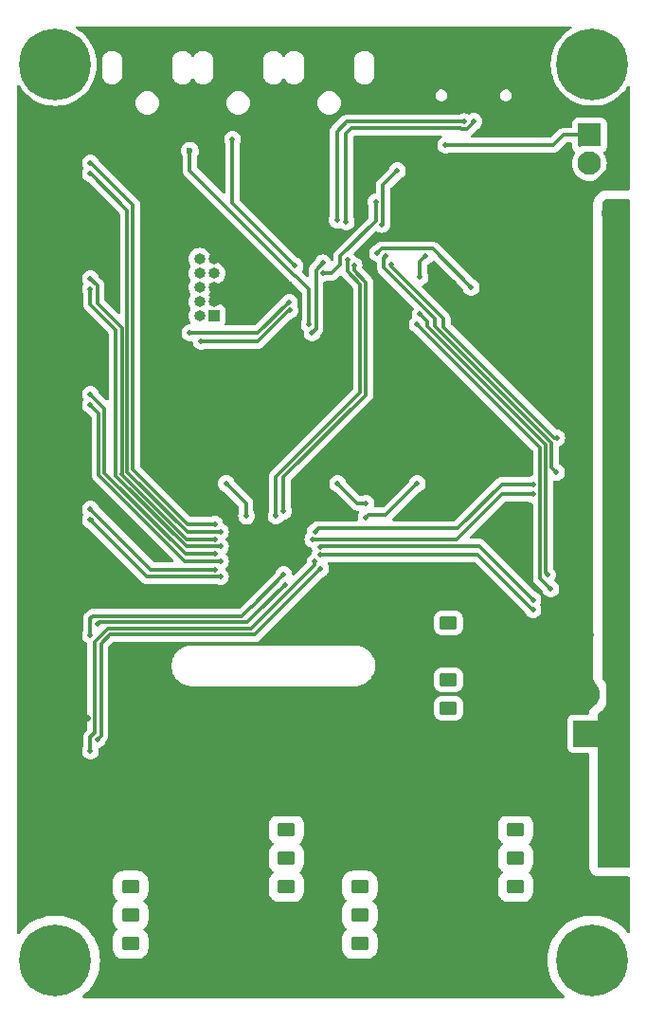
<source format=gbl>
%TF.GenerationSoftware,KiCad,Pcbnew,8.0.6-8.0.6-0~ubuntu22.04.1*%
%TF.CreationDate,2024-11-21T09:47:24+02:00*%
%TF.ProjectId,SAMD21_Dev_Board,53414d44-3231-45f4-9465-765f426f6172,rev?*%
%TF.SameCoordinates,Original*%
%TF.FileFunction,Copper,L2,Bot*%
%TF.FilePolarity,Positive*%
%FSLAX46Y46*%
G04 Gerber Fmt 4.6, Leading zero omitted, Abs format (unit mm)*
G04 Created by KiCad (PCBNEW 8.0.6-8.0.6-0~ubuntu22.04.1) date 2024-11-21 09:47:24*
%MOMM*%
%LPD*%
G01*
G04 APERTURE LIST*
G04 Aperture macros list*
%AMRoundRect*
0 Rectangle with rounded corners*
0 $1 Rounding radius*
0 $2 $3 $4 $5 $6 $7 $8 $9 X,Y pos of 4 corners*
0 Add a 4 corners polygon primitive as box body*
4,1,4,$2,$3,$4,$5,$6,$7,$8,$9,$2,$3,0*
0 Add four circle primitives for the rounded corners*
1,1,$1+$1,$2,$3*
1,1,$1+$1,$4,$5*
1,1,$1+$1,$6,$7*
1,1,$1+$1,$8,$9*
0 Add four rect primitives between the rounded corners*
20,1,$1+$1,$2,$3,$4,$5,0*
20,1,$1+$1,$4,$5,$6,$7,0*
20,1,$1+$1,$6,$7,$8,$9,0*
20,1,$1+$1,$8,$9,$2,$3,0*%
G04 Aperture macros list end*
%TA.AperFunction,ComponentPad*%
%ADD10C,6.400000*%
%TD*%
%TA.AperFunction,ComponentPad*%
%ADD11R,2.100000X2.100000*%
%TD*%
%TA.AperFunction,ComponentPad*%
%ADD12C,2.100000*%
%TD*%
%TA.AperFunction,ComponentPad*%
%ADD13RoundRect,0.250000X0.550000X0.350000X-0.550000X0.350000X-0.550000X-0.350000X0.550000X-0.350000X0*%
%TD*%
%TA.AperFunction,ComponentPad*%
%ADD14O,1.000000X2.100000*%
%TD*%
%TA.AperFunction,ComponentPad*%
%ADD15O,1.000000X1.800000*%
%TD*%
%TA.AperFunction,ComponentPad*%
%ADD16R,2.400000X2.400000*%
%TD*%
%TA.AperFunction,ComponentPad*%
%ADD17C,2.400000*%
%TD*%
%TA.AperFunction,ComponentPad*%
%ADD18R,1.000000X1.000000*%
%TD*%
%TA.AperFunction,ComponentPad*%
%ADD19O,1.000000X1.000000*%
%TD*%
%TA.AperFunction,ViaPad*%
%ADD20C,0.500000*%
%TD*%
%TA.AperFunction,ViaPad*%
%ADD21C,0.600000*%
%TD*%
%TA.AperFunction,Conductor*%
%ADD22C,0.600000*%
%TD*%
%TA.AperFunction,Conductor*%
%ADD23C,1.000000*%
%TD*%
%TA.AperFunction,Conductor*%
%ADD24C,2.000000*%
%TD*%
%TA.AperFunction,Conductor*%
%ADD25C,0.300000*%
%TD*%
G04 APERTURE END LIST*
D10*
%TO.P,REF\u002A\u002A,1*%
%TO.N,N/C*%
X86000000Y-53500000D03*
%TD*%
%TO.P,REF\u002A\u002A,1*%
%TO.N,N/C*%
X134000000Y-53500000D03*
%TD*%
D11*
%TO.P,J17,1,Pin_1*%
%TO.N,Net-(J17-Pin_1)*%
X133750000Y-59800000D03*
D12*
%TO.P,J17,2,Pin_2*%
%TO.N,VCC*%
X133750000Y-62340000D03*
%TD*%
D13*
%TO.P,J3,1,Pin_1*%
%TO.N,unconnected-(J3-Pin_1-Pad1)*%
X121158000Y-110998000D03*
%TO.P,J3,2,Pin_2*%
%TO.N,VDC*%
X121158000Y-108458000D03*
%TO.P,J3,3,Pin_3*%
%TO.N,GND*%
X121158000Y-105918000D03*
%TO.P,J3,4,Pin_4*%
%TO.N,VCC*%
X121158000Y-103378000D03*
%TD*%
%TO.P,J5,1,Pin_1*%
%TO.N,VDC*%
X113215000Y-131980000D03*
%TO.P,J5,2,Pin_2*%
X113215000Y-129440000D03*
%TO.P,J5,3,Pin_3*%
%TO.N,unconnected-(J5-Pin_3-Pad3)*%
X113215000Y-126900000D03*
%TO.P,J5,4,Pin_4*%
%TO.N,GND*%
X113215000Y-124360000D03*
%TO.P,J5,5,Pin_5*%
X113215000Y-121820000D03*
%TD*%
D14*
%TO.P,J2,S1,SHIELD*%
%TO.N,GND*%
X127720000Y-56790000D03*
D15*
X127720000Y-52590000D03*
D14*
X119080000Y-56790000D03*
D15*
X119080000Y-52590000D03*
%TD*%
D16*
%TO.P,J18,1,Pin_1*%
%TO.N,VDC*%
X133504000Y-113256000D03*
D17*
%TO.P,J18,2,Pin_2*%
%TO.N,GND*%
X133504000Y-109756000D03*
%TD*%
D10*
%TO.P,REF\u002A\u002A,1*%
%TO.N,N/C*%
X134000000Y-133500000D03*
%TD*%
D18*
%TO.P,J1,1,VTref*%
%TO.N,VCC*%
X100193000Y-75956000D03*
D19*
%TO.P,J1,2,SWDIO/TMS*%
%TO.N,SWDIO*%
X98923000Y-75956000D03*
%TO.P,J1,3,GND*%
%TO.N,GND*%
X100193000Y-74686000D03*
%TO.P,J1,4,SWCLK/TCK*%
%TO.N,SWCLK*%
X98923000Y-74686000D03*
%TO.P,J1,5,GND*%
%TO.N,GND*%
X100193000Y-73416000D03*
%TO.P,J1,6,SWO/TDO*%
%TO.N,unconnected-(J1-SWO{slash}TDO-Pad6)*%
X98923000Y-73416000D03*
%TO.P,J1,7,KEY*%
%TO.N,unconnected-(J1-KEY-Pad7)*%
X100193000Y-72146000D03*
%TO.P,J1,8,NC/TDI*%
%TO.N,unconnected-(J1-NC{slash}TDI-Pad8)*%
X98923000Y-72146000D03*
%TO.P,J1,9,GNDDetect*%
%TO.N,GND*%
X100193000Y-70876000D03*
%TO.P,J1,10,~{RESET}*%
%TO.N,RESET*%
X98923000Y-70876000D03*
%TD*%
D13*
%TO.P,J20,1,Pin_1*%
%TO.N,VDC*%
X92725000Y-131980000D03*
%TO.P,J20,2,Pin_2*%
X92725000Y-129440000D03*
%TO.P,J20,3,Pin_3*%
%TO.N,unconnected-(J20-Pin_3-Pad3)_1*%
X92725000Y-126900000D03*
%TO.P,J20,4,Pin_4*%
%TO.N,GND*%
X92725000Y-124360000D03*
%TO.P,J20,5,Pin_5*%
X92725000Y-121820000D03*
%TD*%
D10*
%TO.P,REF\u002A\u002A,1*%
%TO.N,N/C*%
X86000000Y-133500000D03*
%TD*%
D13*
%TO.P,J6,1,Pin_1*%
%TO.N,GND*%
X127165000Y-131980000D03*
%TO.P,J6,2,Pin_2*%
X127165000Y-129440000D03*
%TO.P,J6,3,Pin_3*%
%TO.N,unconnected-(J6-Pin_3-Pad3)_1*%
X127165000Y-126900000D03*
%TO.P,J6,4,Pin_4*%
%TO.N,VDC*%
X127165000Y-124360000D03*
%TO.P,J6,5,Pin_5*%
X127165000Y-121820000D03*
%TD*%
%TO.P,J4,1,Pin_1*%
%TO.N,GND*%
X106675000Y-131980000D03*
%TO.P,J4,2,Pin_2*%
X106675000Y-129440000D03*
%TO.P,J4,3,Pin_3*%
%TO.N,unconnected-(J4-Pin_3-Pad3)*%
X106675000Y-126900000D03*
%TO.P,J4,4,Pin_4*%
%TO.N,VDC*%
X106675000Y-124360000D03*
%TO.P,J4,5,Pin_5*%
X106675000Y-121820000D03*
%TD*%
D20*
%TO.N,GND*%
X95404000Y-118872000D03*
X94685000Y-120468000D03*
X109230000Y-83106000D03*
X115216000Y-120408000D03*
X125000000Y-131522000D03*
X117094000Y-52070000D03*
X115216000Y-121170000D03*
X117283000Y-93472000D03*
X129200000Y-128728000D03*
X114902000Y-118900000D03*
X125000000Y-132538000D03*
X132588000Y-116840000D03*
X90485000Y-120468000D03*
X93372000Y-118872000D03*
X94685000Y-121230000D03*
X94388000Y-118872000D03*
X125000000Y-130506000D03*
X112522000Y-98552000D03*
X88899394Y-70600000D03*
X132588000Y-118110000D03*
X104600000Y-133372000D03*
X108800000Y-129816000D03*
X115316000Y-73406000D03*
X88900000Y-111800000D03*
X107442000Y-67818000D03*
X104600000Y-132610000D03*
X115216000Y-122186000D03*
X131064000Y-75438000D03*
X109982000Y-67818000D03*
X90485000Y-124024000D03*
X125000000Y-133300000D03*
X111600000Y-118900000D03*
X110490000Y-73406000D03*
X125730000Y-105918000D03*
X103378000Y-74168000D03*
X106680000Y-94742000D03*
X90485000Y-123008000D03*
X115216000Y-123202000D03*
X111016000Y-122948000D03*
X115918000Y-118900000D03*
X132588000Y-119380000D03*
X110584000Y-118900000D03*
X90485000Y-125040000D03*
X104600000Y-131594000D03*
X112014000Y-76200000D03*
X113886000Y-118900000D03*
X124714000Y-105918000D03*
X112616000Y-118900000D03*
X94685000Y-122246000D03*
X108800000Y-128800000D03*
X113030000Y-63246000D03*
X116586000Y-67818000D03*
X91086000Y-118872000D03*
X129200000Y-133300000D03*
X129200000Y-130760000D03*
X126746000Y-105918000D03*
X104600000Y-130578000D03*
X108458000Y-90932000D03*
X92102000Y-118872000D03*
X94685000Y-123262000D03*
X103124000Y-99822000D03*
X90070000Y-118872000D03*
X89154000Y-60278000D03*
X115570000Y-52070000D03*
X101600000Y-74676000D03*
X108800000Y-130832000D03*
X111016000Y-123964000D03*
X121666000Y-73000000D03*
X88851000Y-80934000D03*
X129200000Y-129744000D03*
X131064000Y-83820000D03*
X88900000Y-101478000D03*
X111016000Y-120408000D03*
X131064000Y-104350000D03*
X131064000Y-94000000D03*
X111016000Y-124980000D03*
X126238000Y-68100000D03*
X88900000Y-91184000D03*
X108800000Y-133372000D03*
X117348000Y-60106000D03*
%TO.N,VDC*%
X135900000Y-121666000D03*
X136600000Y-67800000D03*
X135200000Y-67156000D03*
X135890000Y-124460000D03*
X135900000Y-67156000D03*
X136600000Y-67156000D03*
X135200000Y-67800000D03*
X135890000Y-123190000D03*
X135900000Y-67800000D03*
%TO.N,SWDIO*%
X106993263Y-75465266D03*
X99060000Y-78232000D03*
%TO.N,SWCLK*%
X98044000Y-77470000D03*
X106934000Y-74756000D03*
%TO.N,SDA0*%
X89154000Y-62278000D03*
X100270000Y-94548000D03*
%TO.N,SCL0*%
X100778000Y-95231289D03*
X89154000Y-63250000D03*
%TO.N,SDA1*%
X89154000Y-72600000D03*
X100263564Y-95900000D03*
%TO.N,SCL1*%
X100778000Y-96550000D03*
X89154000Y-73600000D03*
%TO.N,RESET*%
X114666000Y-65786000D03*
X109982000Y-72136000D03*
%TO.N,SDA2*%
X100270000Y-97200000D03*
X89154000Y-82934000D03*
%TO.N,SCL2*%
X89154000Y-83934000D03*
X100778000Y-97850000D03*
%TO.N,SDA3*%
X100270000Y-98597000D03*
X89154000Y-93184000D03*
%TO.N,SCL3*%
X89154000Y-94184000D03*
X100778000Y-99247000D03*
%TO.N,SDA4*%
X106519120Y-99953119D03*
X89754000Y-103478000D03*
%TO.N,SCL4*%
X89154000Y-104478000D03*
X106426000Y-99060000D03*
%TO.N,SDA5*%
X89754000Y-113800000D03*
X109728000Y-98552000D03*
%TO.N,SCL5*%
X109220000Y-97910000D03*
X89154000Y-114800000D03*
%TO.N,SDA6*%
X109668000Y-97282000D03*
X128700000Y-102200000D03*
%TO.N,SCL6*%
X109668000Y-96559997D03*
X128700000Y-101300000D03*
%TO.N,SDA7*%
X128700000Y-91900000D03*
X109033000Y-95910000D03*
%TO.N,SCL7*%
X109223822Y-95236509D03*
X128700000Y-91000000D03*
%TO.N,D10{slash}SPI_SS*%
X114808000Y-70358000D03*
X123190000Y-73406000D03*
%TO.N,Net-(U1-~{RESET})*%
X103114496Y-93845180D03*
X101286000Y-90932000D03*
%TO.N,SPI_SCK*%
X118618000Y-72506000D03*
X119126000Y-70612000D03*
%TO.N,D4*%
X130302000Y-100330000D03*
X118364000Y-76708000D03*
%TO.N,D3*%
X118618000Y-75806000D03*
X130000000Y-99075863D03*
%TO.N,D2*%
X130834299Y-86846248D03*
X116007764Y-71337101D03*
%TO.N,D5*%
X130810000Y-89916000D03*
X115570000Y-70612000D03*
%TO.N,Net-(J17-Pin_1)*%
X120904000Y-60706000D03*
%TO.N,D13*%
X116586000Y-62992000D03*
X115178462Y-67789593D03*
%TO.N,I2C_SCL*%
X113792000Y-93980000D03*
X105743621Y-93835538D03*
X112105384Y-70957384D03*
X118364000Y-90932000D03*
%TO.N,I2C_SDA*%
X111252000Y-90932000D03*
X112705384Y-71452361D03*
X106421058Y-93410000D03*
X113792000Y-92710000D03*
%TO.N,TX_LED*%
X107442000Y-71486000D03*
X101854000Y-60198000D03*
%TO.N,RX_LED*%
X108712000Y-76708000D03*
D21*
X98044000Y-61214000D03*
D20*
%TO.N,USB_D-*%
X123400000Y-58600000D03*
X112014000Y-67564000D03*
%TO.N,USB_D+*%
X122579367Y-58611254D03*
X111179310Y-67402000D03*
%TO.N,D31*%
X108966000Y-77470000D03*
X109926387Y-71234831D03*
%TD*%
D22*
%TO.N,VCC*%
X133750000Y-62770000D02*
X134180000Y-62340000D01*
D23*
%TO.N,GND*%
X129032000Y-51308000D02*
X127508000Y-51308000D01*
D24*
X132334000Y-118872000D02*
X132334000Y-116840000D01*
D23*
X83820000Y-118580000D02*
X83820000Y-118072000D01*
X133604000Y-84074000D02*
X133604000Y-94234000D01*
D24*
X83820000Y-118872000D02*
X90170000Y-118872000D01*
D22*
X131064000Y-75438000D02*
X133350000Y-75438000D01*
D24*
X91086000Y-118872000D02*
X92102000Y-118872000D01*
D22*
X127720000Y-51520000D02*
X127508000Y-51308000D01*
D23*
X96148342Y-51308000D02*
X91456342Y-56000000D01*
D22*
X84006000Y-90634000D02*
X83820000Y-90820000D01*
D23*
X119126000Y-51308000D02*
X127508000Y-51308000D01*
D24*
X127762000Y-118872000D02*
X129032000Y-118872000D01*
D22*
X86948000Y-60278000D02*
X86948000Y-60248000D01*
X89154000Y-60278000D02*
X86948000Y-60278000D01*
X133604000Y-94234000D02*
X133370000Y-94000000D01*
D23*
X83820000Y-111252000D02*
X83820000Y-60706000D01*
D22*
X131064000Y-104350000D02*
X133814000Y-104350000D01*
D23*
X133604000Y-84074000D02*
X133604000Y-75184000D01*
D22*
X88851000Y-80934000D02*
X83793000Y-80934000D01*
D25*
X115570000Y-52070000D02*
X115570000Y-51308000D01*
D24*
X132334000Y-116840000D02*
X129540000Y-114046000D01*
D22*
X83978000Y-100634000D02*
X83820000Y-100476000D01*
X83793000Y-80524000D02*
X83771000Y-80546000D01*
D24*
X90070000Y-118872000D02*
X91086000Y-118872000D01*
X129540000Y-114046000D02*
X129540000Y-111252000D01*
D23*
X135128000Y-57658000D02*
X130556000Y-57658000D01*
D25*
X117094000Y-52070000D02*
X117094000Y-51308000D01*
D23*
X91456342Y-56000000D02*
X89800000Y-56000000D01*
X115570000Y-51308000D02*
X117094000Y-51308000D01*
X83820000Y-118072000D02*
X83820000Y-110452000D01*
D24*
X94388000Y-118872000D02*
X95404000Y-118872000D01*
D23*
X133604000Y-65278000D02*
X136144000Y-62738000D01*
D22*
X131064000Y-83820000D02*
X133350000Y-83820000D01*
X133370000Y-94000000D02*
X131064000Y-94000000D01*
D23*
X129540000Y-56642000D02*
X129540000Y-51816000D01*
X136144000Y-62738000D02*
X136144000Y-58674000D01*
D22*
X133350000Y-83820000D02*
X133604000Y-84074000D01*
D24*
X95504000Y-118872000D02*
X124968000Y-118872000D01*
D23*
X129540000Y-51816000D02*
X129032000Y-51308000D01*
D22*
X127720000Y-56790000D02*
X127720000Y-52590000D01*
D24*
X92102000Y-118872000D02*
X93372000Y-118872000D01*
D23*
X89800000Y-56000000D02*
X86250000Y-59550000D01*
D22*
X119080000Y-51354000D02*
X119126000Y-51308000D01*
X88900000Y-111800000D02*
X84068000Y-111800000D01*
D24*
X129032000Y-118872000D02*
X130302000Y-118872000D01*
D22*
X133350000Y-75438000D02*
X133604000Y-75184000D01*
X119080000Y-56790000D02*
X119080000Y-52590000D01*
D23*
X133604000Y-75184000D02*
X133604000Y-65278000D01*
D22*
X84068000Y-110700000D02*
X83820000Y-110452000D01*
X127720000Y-52590000D02*
X127720000Y-51520000D01*
D23*
X115570000Y-51308000D02*
X96148342Y-51308000D01*
X130556000Y-57658000D02*
X129540000Y-56642000D01*
D22*
X119080000Y-52590000D02*
X119080000Y-51354000D01*
X83961394Y-70461712D02*
X83819394Y-70319712D01*
D24*
X129540000Y-111252000D02*
X131036000Y-109756000D01*
X130302000Y-118872000D02*
X131318000Y-118872000D01*
X131318000Y-118872000D02*
X132334000Y-118872000D01*
D22*
X83872000Y-60758000D02*
X83820000Y-60706000D01*
X88900000Y-101478000D02*
X83978000Y-101478000D01*
D24*
X93372000Y-118872000D02*
X94388000Y-118872000D01*
D23*
X117094000Y-51308000D02*
X119126000Y-51308000D01*
D22*
X88899394Y-70600000D02*
X83961394Y-70600000D01*
D24*
X131036000Y-109756000D02*
X133504000Y-109756000D01*
X126492000Y-118872000D02*
X127762000Y-118872000D01*
D23*
X136144000Y-58674000D02*
X135128000Y-57658000D01*
X133604000Y-94234000D02*
X133604000Y-109656000D01*
D24*
X124968000Y-118872000D02*
X126492000Y-118872000D01*
D23*
X85094000Y-60706000D02*
X83820000Y-60706000D01*
D22*
X88900000Y-91200000D02*
X84006000Y-91200000D01*
X86948000Y-60248000D02*
X86250000Y-59550000D01*
D23*
X86250000Y-59550000D02*
X85094000Y-60706000D01*
X133604000Y-109656000D02*
X133504000Y-109756000D01*
D24*
%TO.N,VDC*%
X135876000Y-113256000D02*
X133504000Y-113256000D01*
X135900000Y-124196000D02*
X135890000Y-124206000D01*
X136300000Y-121266000D02*
X135900000Y-121666000D01*
X136300000Y-113680000D02*
X135876000Y-113256000D01*
X135900000Y-68000000D02*
X136300000Y-68400000D01*
X135900000Y-66812000D02*
X135900000Y-68000000D01*
X136300000Y-68400000D02*
X136300000Y-113680000D01*
D23*
X136500000Y-67800000D02*
X136500000Y-67800000D01*
D24*
X135890000Y-66802000D02*
X135900000Y-66812000D01*
D23*
X135700000Y-67800000D02*
X135700000Y-67156000D01*
D24*
X135900000Y-121666000D02*
X135900000Y-124196000D01*
D23*
X136500000Y-67800000D02*
X135700000Y-67800000D01*
D24*
X136300000Y-112918000D02*
X136300000Y-121266000D01*
D25*
%TO.N,SWDIO*%
X106906734Y-75465266D02*
X104140000Y-78232000D01*
X106993263Y-75465266D02*
X106906734Y-75465266D01*
X104140000Y-78232000D02*
X99060000Y-78232000D01*
%TO.N,SWCLK*%
X106934000Y-74756000D02*
X106854000Y-74756000D01*
X106854000Y-74756000D02*
X104140000Y-77470000D01*
X104140000Y-77470000D02*
X98044000Y-77470000D01*
%TO.N,SDA0*%
X89154000Y-62278000D02*
X89202000Y-62278000D01*
X89202000Y-62278000D02*
X92964000Y-66040000D01*
X92964000Y-66040000D02*
X92964000Y-89682470D01*
X97829530Y-94548000D02*
X100270000Y-94548000D01*
X92964000Y-89682470D02*
X97829530Y-94548000D01*
%TO.N,SCL0*%
X89154000Y-63250000D02*
X89158000Y-63250000D01*
X89158000Y-63250000D02*
X92456000Y-66548000D01*
X92456000Y-89881576D02*
X97805713Y-95231289D01*
X97805713Y-95231289D02*
X100778000Y-95231289D01*
X92456000Y-66548000D02*
X92456000Y-89881576D01*
%TO.N,SDA1*%
X91956000Y-90056682D02*
X91940000Y-90072682D01*
X89154000Y-72600000D02*
X89754000Y-73200000D01*
X91940000Y-90072682D02*
X97767318Y-95900000D01*
X89754000Y-74834181D02*
X91956000Y-77036181D01*
X97767318Y-95900000D02*
X100263564Y-95900000D01*
X91956000Y-77036181D02*
X91956000Y-90056682D01*
X89754000Y-73200000D02*
X89754000Y-74834181D01*
%TO.N,SCL1*%
X97710212Y-96550000D02*
X100778000Y-96550000D01*
X91440000Y-77227287D02*
X91440000Y-90279788D01*
X89154001Y-74941288D02*
X91440000Y-77227287D01*
X91440000Y-90279788D02*
X97710212Y-96550000D01*
X89154000Y-74941288D02*
X89154001Y-74941288D01*
X89154000Y-73600000D02*
X89154000Y-74941288D01*
%TO.N,RESET*%
X109982000Y-72136000D02*
X110744000Y-72136000D01*
X110744000Y-72136000D02*
X111505384Y-71374616D01*
X111505384Y-70614142D02*
X114666000Y-67453526D01*
X114666000Y-67453526D02*
X114666000Y-65786000D01*
X111505384Y-71374616D02*
X111505384Y-70614142D01*
%TO.N,SDA2*%
X90424000Y-84204000D02*
X89154000Y-82934000D01*
X97653106Y-97200000D02*
X100270000Y-97200000D01*
X90424000Y-89970894D02*
X97653106Y-97200000D01*
X90424000Y-89970894D02*
X90424000Y-84204000D01*
%TO.N,SCL2*%
X97596000Y-97850000D02*
X100778000Y-97850000D01*
X89916000Y-84696000D02*
X89154000Y-83934000D01*
X89916000Y-90170000D02*
X89916000Y-84696000D01*
X89916000Y-90170000D02*
X97596000Y-97850000D01*
%TO.N,SDA3*%
X89154000Y-93184000D02*
X89154000Y-93260000D01*
X94567000Y-98597000D02*
X89154000Y-93184000D01*
X100270000Y-98597000D02*
X94567000Y-98597000D01*
%TO.N,SCL3*%
X100778000Y-99247000D02*
X94217000Y-99247000D01*
X89154000Y-94184000D02*
X89316000Y-94184000D01*
X94217000Y-99247000D02*
X89154000Y-94184000D01*
%TO.N,SDA4*%
X104035619Y-102445001D02*
X103200000Y-103280620D01*
X104035619Y-102436620D02*
X104035619Y-102445001D01*
X104035619Y-102436620D02*
X106519120Y-99953119D01*
X89754000Y-103478000D02*
X89951380Y-103280620D01*
X89951380Y-103280620D02*
X103200000Y-103280620D01*
%TO.N,SCL4*%
X89325380Y-102780620D02*
X102700000Y-102780620D01*
X89154000Y-102952000D02*
X89325380Y-102780620D01*
X103549380Y-101936620D02*
X103544000Y-101936620D01*
X103544000Y-101936620D02*
X102700000Y-102780620D01*
X103549380Y-101936620D02*
X106426000Y-99060000D01*
X89154000Y-104478000D02*
X89154000Y-102952000D01*
%TO.N,SDA5*%
X103880000Y-104400000D02*
X109728000Y-98552000D01*
X89754000Y-113800000D02*
X90100000Y-113454000D01*
X90100000Y-113454000D02*
X90100000Y-105207106D01*
X90100000Y-105207106D02*
X90907106Y-104400000D01*
X90907106Y-104400000D02*
X103880000Y-104400000D01*
%TO.N,SCL5*%
X89154000Y-113551471D02*
X89154000Y-114800000D01*
X109220000Y-98171478D02*
X103491478Y-103900000D01*
X103491478Y-103900000D02*
X90700000Y-103900000D01*
X89550000Y-113155471D02*
X89154000Y-113551471D01*
X90700000Y-103900000D02*
X89550000Y-105050000D01*
X109220000Y-97910000D02*
X109220000Y-98171478D01*
X89550000Y-105050000D02*
X89550000Y-113155471D01*
%TO.N,SDA6*%
X128680761Y-102200000D02*
X123762761Y-97282000D01*
X128700000Y-102200000D02*
X128680761Y-102200000D01*
X109746000Y-97282000D02*
X109668000Y-97360000D01*
X123762761Y-97282000D02*
X109746000Y-97282000D01*
%TO.N,SCL6*%
X123899997Y-96499997D02*
X128700000Y-101300000D01*
X123899997Y-96499997D02*
X109728000Y-96499997D01*
X109728000Y-96499997D02*
X109668000Y-96559997D01*
%TO.N,SDA7*%
X109033000Y-95910000D02*
X121911174Y-95910000D01*
X122118587Y-95702587D02*
X125921173Y-91900000D01*
X121911174Y-95910000D02*
X122118587Y-95702587D01*
X125921173Y-91900000D02*
X128700000Y-91900000D01*
X121971173Y-95850000D02*
X122118587Y-95702587D01*
%TO.N,SCL7*%
X121972932Y-94929000D02*
X125901932Y-91000000D01*
X125901932Y-91000000D02*
X128700000Y-91000000D01*
X109223822Y-95236509D02*
X109531331Y-94929000D01*
X109531331Y-94929000D02*
X121972932Y-94929000D01*
%TO.N,D10{slash}SPI_SS*%
X119746000Y-69962000D02*
X123190000Y-73406000D01*
X115204000Y-69962000D02*
X119746000Y-69962000D01*
X114808000Y-70358000D02*
X115204000Y-69962000D01*
%TO.N,Net-(U1-~{RESET})*%
X103064000Y-93794684D02*
X103114496Y-93845180D01*
X103064000Y-92710000D02*
X103064000Y-93794684D01*
X101286000Y-90932000D02*
X103064000Y-92710000D01*
%TO.N,SPI_SCK*%
X118618000Y-71120000D02*
X118618000Y-72506000D01*
X119126000Y-70612000D02*
X118618000Y-71120000D01*
%TO.N,D4*%
X118364000Y-76708000D02*
X129350000Y-87694000D01*
X129350000Y-87694000D02*
X129350000Y-98806000D01*
X130302000Y-100330000D02*
X129350000Y-99378000D01*
X129350000Y-99378000D02*
X129350000Y-98806000D01*
%TO.N,D3*%
X118618000Y-75806000D02*
X119225553Y-76413553D01*
X119225553Y-76413553D02*
X119225553Y-76862447D01*
X129850000Y-87486893D02*
X129850000Y-89662000D01*
X119225553Y-76862447D02*
X127353553Y-84990447D01*
X127353553Y-84990447D02*
X127707107Y-85344000D01*
X129850000Y-98925863D02*
X130000000Y-99075863D01*
X127707107Y-85344000D02*
X129850000Y-87486893D01*
X129850000Y-89662000D02*
X129850000Y-98044000D01*
X129850000Y-98044000D02*
X129850000Y-98925863D01*
%TO.N,D2*%
X120694659Y-76917341D02*
X120694659Y-76236129D01*
X130623566Y-86846248D02*
X120694659Y-76917341D01*
X120694659Y-76236129D02*
X116007764Y-71549234D01*
X130834299Y-86846248D02*
X130623566Y-86846248D01*
X116007764Y-71549234D02*
X116007764Y-71337101D01*
%TO.N,D5*%
X119960106Y-76208682D02*
X115396010Y-71644586D01*
X130350000Y-89456000D02*
X130350000Y-87279786D01*
X115396010Y-71644586D02*
X115396010Y-70785990D01*
X130350000Y-87279786D02*
X129104108Y-86033894D01*
X115396010Y-70785990D02*
X115570000Y-70612000D01*
X119960106Y-76889894D02*
X119960106Y-76208682D01*
X130810000Y-89916000D02*
X130350000Y-89456000D01*
X129104108Y-86033894D02*
X129104106Y-86033894D01*
X129104106Y-86033894D02*
X119960106Y-76889894D01*
%TO.N,Net-(J17-Pin_1)*%
X130556000Y-60706000D02*
X120904000Y-60706000D01*
X131462000Y-59800000D02*
X130556000Y-60706000D01*
X132844000Y-60706000D02*
X133750000Y-59800000D01*
X133750000Y-59800000D02*
X131462000Y-59800000D01*
X133750000Y-59800000D02*
X133750000Y-60230000D01*
%TO.N,D13*%
X115316000Y-64262000D02*
X116586000Y-62992000D01*
X115178462Y-67789593D02*
X115316000Y-67652055D01*
X115316000Y-67652055D02*
X115316000Y-64262000D01*
%TO.N,I2C_SCL*%
X115570000Y-93726000D02*
X118364000Y-90932000D01*
X113284000Y-82804000D02*
X105743621Y-90344379D01*
X105664000Y-93755917D02*
X105743621Y-93835538D01*
X113792000Y-93980000D02*
X114046000Y-93726000D01*
X113284000Y-73157761D02*
X113284000Y-82804000D01*
X112105384Y-70957384D02*
X112105384Y-71979145D01*
X105743621Y-90344379D02*
X105743621Y-93835538D01*
X112105384Y-71979145D02*
X113284000Y-73157761D01*
X114046000Y-93726000D02*
X115570000Y-93726000D01*
%TO.N,I2C_SDA*%
X111252000Y-90932000D02*
X113030000Y-92710000D01*
X112705384Y-71872039D02*
X113784000Y-72950655D01*
X112705384Y-71452361D02*
X112705384Y-71872039D01*
X113784000Y-83011106D02*
X106421058Y-90374048D01*
X106421058Y-90374048D02*
X106421058Y-93410000D01*
X113784000Y-72950655D02*
X113784000Y-83011106D01*
X113030000Y-92710000D02*
X113792000Y-92710000D01*
%TO.N,TX_LED*%
X101854000Y-65898000D02*
X101854000Y-60960000D01*
X101854000Y-60960000D02*
X101854000Y-60198000D01*
X107442000Y-71486000D02*
X101854000Y-65898000D01*
%TO.N,RX_LED*%
X107408000Y-72356000D02*
X107457239Y-72356000D01*
X98044000Y-61214000D02*
X98044000Y-62992000D01*
X98044000Y-62992000D02*
X107408000Y-72356000D01*
X107457239Y-72356000D02*
X108712000Y-73610761D01*
X108712000Y-73610761D02*
X108712000Y-76708000D01*
%TO.N,USB_D-*%
X112014000Y-67564000D02*
X112014000Y-59690000D01*
X122230874Y-59182000D02*
X122310128Y-59261254D01*
X112522000Y-59182000D02*
X122230874Y-59182000D01*
X122848606Y-59261254D02*
X123400000Y-58709860D01*
X122310128Y-59261254D02*
X122848606Y-59261254D01*
X123400000Y-58709860D02*
X123400000Y-58600000D01*
X112014000Y-59690000D02*
X112522000Y-59182000D01*
%TO.N,USB_D+*%
X112076746Y-58611254D02*
X122579367Y-58611254D01*
X111179310Y-67402000D02*
X111179310Y-59508690D01*
X111179310Y-59508690D02*
X112076746Y-58611254D01*
%TO.N,D31*%
X109926387Y-71234831D02*
X109312000Y-71849218D01*
X109312000Y-71849218D02*
X109312000Y-77124000D01*
X109312000Y-77124000D02*
X108966000Y-77470000D01*
%TD*%
%TA.AperFunction,Conductor*%
%TO.N,GND*%
G36*
X132113422Y-50104185D02*
G01*
X132159177Y-50156989D01*
X132169121Y-50226147D01*
X132140096Y-50289703D01*
X132113918Y-50312495D01*
X131821917Y-50502122D01*
X131520488Y-50746215D01*
X131520480Y-50746222D01*
X131246222Y-51020480D01*
X131246215Y-51020488D01*
X131002122Y-51321917D01*
X130790877Y-51647206D01*
X130614787Y-51992802D01*
X130475788Y-52354905D01*
X130375397Y-52729570D01*
X130375397Y-52729572D01*
X130314722Y-53112660D01*
X130294422Y-53499999D01*
X130294422Y-53500000D01*
X130314722Y-53887339D01*
X130375397Y-54270427D01*
X130375397Y-54270429D01*
X130475788Y-54645094D01*
X130614787Y-55007197D01*
X130790877Y-55352793D01*
X131002122Y-55678082D01*
X131140930Y-55849495D01*
X131246219Y-55979516D01*
X131520484Y-56253781D01*
X131520488Y-56253784D01*
X131821917Y-56497877D01*
X132126974Y-56695983D01*
X132147211Y-56709125D01*
X132492806Y-56885214D01*
X132854913Y-57024214D01*
X133229567Y-57124602D01*
X133612662Y-57185278D01*
X133978576Y-57204455D01*
X133999999Y-57205578D01*
X134000000Y-57205578D01*
X134000001Y-57205578D01*
X134020301Y-57204514D01*
X134387338Y-57185278D01*
X134770433Y-57124602D01*
X135145087Y-57024214D01*
X135507194Y-56885214D01*
X135852789Y-56709125D01*
X136178084Y-56497876D01*
X136479516Y-56253781D01*
X136753781Y-55979516D01*
X136997876Y-55678084D01*
X137139505Y-55459995D01*
X137192526Y-55414492D01*
X137261731Y-55404878D01*
X137325148Y-55434205D01*
X137362642Y-55493162D01*
X137367500Y-55527530D01*
X137367500Y-64602500D01*
X137347815Y-64669539D01*
X137295011Y-64715294D01*
X137243500Y-64726500D01*
X135240545Y-64726500D01*
X135154453Y-64731115D01*
X135154444Y-64731115D01*
X135154436Y-64731116D01*
X135154433Y-64731116D01*
X135154422Y-64731117D01*
X135128077Y-64733949D01*
X134995145Y-64759688D01*
X134828158Y-64827861D01*
X134828154Y-64827863D01*
X134766817Y-64861355D01*
X134724319Y-64886279D01*
X134724303Y-64886291D01*
X134583293Y-64998741D01*
X134583289Y-64998745D01*
X134371259Y-65210774D01*
X134313618Y-65274947D01*
X134296980Y-65295594D01*
X134221194Y-65407772D01*
X134151314Y-65574067D01*
X134131624Y-65641122D01*
X134119196Y-65688799D01*
X134099000Y-65868042D01*
X134099000Y-104190503D01*
X134101483Y-104253701D01*
X134103010Y-104273097D01*
X134108140Y-104316428D01*
X134109000Y-104331005D01*
X134109000Y-104368984D01*
X134108140Y-104383561D01*
X134103011Y-104426879D01*
X134101482Y-104446308D01*
X134099000Y-104509493D01*
X134099000Y-108276005D01*
X134103615Y-108362096D01*
X134103617Y-108362127D01*
X134106449Y-108388472D01*
X134132188Y-108521404D01*
X134200361Y-108688391D01*
X134200363Y-108688395D01*
X134233855Y-108749732D01*
X134258779Y-108792230D01*
X134258791Y-108792246D01*
X134371241Y-108933256D01*
X134403157Y-108965172D01*
X134414743Y-108978543D01*
X134506550Y-109101184D01*
X134516115Y-109116067D01*
X134589534Y-109250523D01*
X134596884Y-109266616D01*
X134650425Y-109410164D01*
X134655409Y-109427141D01*
X134687971Y-109576830D01*
X134690489Y-109594340D01*
X134701419Y-109747152D01*
X134701419Y-109764846D01*
X134690489Y-109917658D01*
X134687971Y-109935168D01*
X134655409Y-110084857D01*
X134650425Y-110101834D01*
X134596884Y-110245382D01*
X134589534Y-110261475D01*
X134516114Y-110395933D01*
X134506549Y-110410816D01*
X134414744Y-110533453D01*
X134403158Y-110546824D01*
X134294826Y-110655156D01*
X134281456Y-110666742D01*
X134071289Y-110824072D01*
X134063763Y-110831043D01*
X134015684Y-110866654D01*
X133970790Y-110908452D01*
X133921822Y-110958176D01*
X133816692Y-111104751D01*
X133746814Y-111271041D01*
X133727129Y-111338081D01*
X133714695Y-111385782D01*
X133707979Y-111445386D01*
X133680911Y-111509800D01*
X133623315Y-111549353D01*
X133584759Y-111555500D01*
X132256129Y-111555500D01*
X132256123Y-111555501D01*
X132196516Y-111561908D01*
X132061671Y-111612202D01*
X132061664Y-111612206D01*
X131946455Y-111698452D01*
X131946452Y-111698455D01*
X131860206Y-111813664D01*
X131860202Y-111813671D01*
X131809908Y-111948517D01*
X131803501Y-112008116D01*
X131803500Y-112008135D01*
X131803500Y-114503870D01*
X131803501Y-114503876D01*
X131809908Y-114563483D01*
X131860202Y-114698328D01*
X131860206Y-114698335D01*
X131946452Y-114813544D01*
X131946455Y-114813547D01*
X132061664Y-114899793D01*
X132061671Y-114899797D01*
X132196517Y-114950091D01*
X132196516Y-114950091D01*
X132203444Y-114950835D01*
X132256127Y-114956500D01*
X133570500Y-114956499D01*
X133637539Y-114976184D01*
X133683294Y-115028987D01*
X133694500Y-115080499D01*
X133694500Y-120650000D01*
X82596500Y-120650000D01*
X82596500Y-104477997D01*
X88398751Y-104477997D01*
X88398751Y-104478002D01*
X88417685Y-104646056D01*
X88473545Y-104805694D01*
X88473547Y-104805697D01*
X88563518Y-104948884D01*
X88563523Y-104948890D01*
X88683109Y-105068476D01*
X88683115Y-105068481D01*
X88826305Y-105158454D01*
X88829299Y-105159896D01*
X88830899Y-105161341D01*
X88832206Y-105162162D01*
X88832062Y-105162390D01*
X88881160Y-105206717D01*
X88899500Y-105271617D01*
X88899500Y-112834662D01*
X88879815Y-112901701D01*
X88863181Y-112922343D01*
X88648727Y-113136796D01*
X88648724Y-113136799D01*
X88600132Y-113209524D01*
X88577535Y-113243342D01*
X88528499Y-113361726D01*
X88528497Y-113361732D01*
X88503500Y-113487399D01*
X88503500Y-114388911D01*
X88484495Y-114454882D01*
X88473544Y-114472310D01*
X88417685Y-114631943D01*
X88398751Y-114799997D01*
X88398751Y-114800002D01*
X88417685Y-114968056D01*
X88473545Y-115127694D01*
X88473547Y-115127697D01*
X88563518Y-115270884D01*
X88563523Y-115270890D01*
X88683109Y-115390476D01*
X88683115Y-115390481D01*
X88826302Y-115480452D01*
X88826305Y-115480454D01*
X88826309Y-115480455D01*
X88826310Y-115480456D01*
X88898913Y-115505860D01*
X88985943Y-115536314D01*
X89153997Y-115555249D01*
X89154000Y-115555249D01*
X89154003Y-115555249D01*
X89322056Y-115536314D01*
X89322059Y-115536313D01*
X89481690Y-115480456D01*
X89481692Y-115480454D01*
X89481694Y-115480454D01*
X89481697Y-115480452D01*
X89624884Y-115390481D01*
X89624885Y-115390480D01*
X89624890Y-115390477D01*
X89744477Y-115270890D01*
X89834452Y-115127697D01*
X89834454Y-115127694D01*
X89834454Y-115127692D01*
X89834456Y-115127690D01*
X89890313Y-114968059D01*
X89890313Y-114968058D01*
X89890314Y-114968056D01*
X89909249Y-114800002D01*
X89909249Y-114799997D01*
X89892223Y-114648892D01*
X89904277Y-114580070D01*
X89951626Y-114528691D01*
X89974484Y-114517968D01*
X90081690Y-114480456D01*
X90081693Y-114480453D01*
X90081697Y-114480452D01*
X90224884Y-114390481D01*
X90224885Y-114390480D01*
X90224890Y-114390477D01*
X90344477Y-114270890D01*
X90434456Y-114127690D01*
X90472582Y-114018729D01*
X90501943Y-113972002D01*
X90605277Y-113868669D01*
X90676465Y-113762127D01*
X90725501Y-113643744D01*
X90741779Y-113561909D01*
X90750500Y-113518069D01*
X90750500Y-110597983D01*
X119857500Y-110597983D01*
X119857500Y-111398001D01*
X119857501Y-111398019D01*
X119868000Y-111500796D01*
X119868001Y-111500799D01*
X119904918Y-111612206D01*
X119923186Y-111667334D01*
X120015288Y-111816656D01*
X120139344Y-111940712D01*
X120288666Y-112032814D01*
X120455203Y-112087999D01*
X120557991Y-112098500D01*
X121758008Y-112098499D01*
X121860797Y-112087999D01*
X122027334Y-112032814D01*
X122176656Y-111940712D01*
X122300712Y-111816656D01*
X122392814Y-111667334D01*
X122447999Y-111500797D01*
X122458500Y-111398009D01*
X122458499Y-110597992D01*
X122447999Y-110495203D01*
X122392814Y-110328666D01*
X122300712Y-110179344D01*
X122176656Y-110055288D01*
X122027334Y-109963186D01*
X121860797Y-109908001D01*
X121860795Y-109908000D01*
X121758010Y-109897500D01*
X120557998Y-109897500D01*
X120557981Y-109897501D01*
X120455203Y-109908000D01*
X120455200Y-109908001D01*
X120288668Y-109963185D01*
X120288663Y-109963187D01*
X120139342Y-110055289D01*
X120015289Y-110179342D01*
X119923187Y-110328663D01*
X119923186Y-110328666D01*
X119868001Y-110495203D01*
X119868001Y-110495204D01*
X119868000Y-110495204D01*
X119857500Y-110597983D01*
X90750500Y-110597983D01*
X90750500Y-107057510D01*
X96399500Y-107057510D01*
X96399500Y-107318489D01*
X96436640Y-107576811D01*
X96436643Y-107576821D01*
X96510170Y-107827231D01*
X96618578Y-108064611D01*
X96618591Y-108064634D01*
X96759677Y-108284168D01*
X96759681Y-108284174D01*
X96930588Y-108481411D01*
X97127825Y-108652318D01*
X97127831Y-108652322D01*
X97347365Y-108793408D01*
X97347388Y-108793421D01*
X97584768Y-108901829D01*
X97584772Y-108901830D01*
X97584774Y-108901831D01*
X97835184Y-108975358D01*
X97835185Y-108975358D01*
X97835188Y-108975359D01*
X97905155Y-108985418D01*
X98093509Y-109012500D01*
X98093510Y-109012500D01*
X112906490Y-109012500D01*
X112906491Y-109012500D01*
X113118520Y-108982014D01*
X113164811Y-108975359D01*
X113164812Y-108975358D01*
X113164816Y-108975358D01*
X113415226Y-108901831D01*
X113415229Y-108901829D01*
X113415231Y-108901829D01*
X113652611Y-108793421D01*
X113652615Y-108793418D01*
X113652623Y-108793415D01*
X113872175Y-108652318D01*
X114069411Y-108481411D01*
X114240318Y-108284175D01*
X114381415Y-108064623D01*
X114381418Y-108064615D01*
X114381421Y-108064611D01*
X114384448Y-108057983D01*
X119857500Y-108057983D01*
X119857500Y-108858001D01*
X119857501Y-108858019D01*
X119868000Y-108960796D01*
X119868001Y-108960799D01*
X119914521Y-109101184D01*
X119923186Y-109127334D01*
X120015288Y-109276656D01*
X120139344Y-109400712D01*
X120288666Y-109492814D01*
X120455203Y-109547999D01*
X120557991Y-109558500D01*
X121758008Y-109558499D01*
X121860797Y-109547999D01*
X122027334Y-109492814D01*
X122176656Y-109400712D01*
X122300712Y-109276656D01*
X122392814Y-109127334D01*
X122447999Y-108960797D01*
X122458500Y-108858009D01*
X122458499Y-108057992D01*
X122447999Y-107955203D01*
X122392814Y-107788666D01*
X122300712Y-107639344D01*
X122176656Y-107515288D01*
X122027334Y-107423186D01*
X121860797Y-107368001D01*
X121860795Y-107368000D01*
X121758010Y-107357500D01*
X120557998Y-107357500D01*
X120557981Y-107357501D01*
X120455203Y-107368000D01*
X120455200Y-107368001D01*
X120288668Y-107423185D01*
X120288663Y-107423187D01*
X120139342Y-107515289D01*
X120015289Y-107639342D01*
X119923187Y-107788663D01*
X119923186Y-107788666D01*
X119868001Y-107955203D01*
X119868001Y-107955204D01*
X119868000Y-107955204D01*
X119857500Y-108057983D01*
X114384448Y-108057983D01*
X114489829Y-107827231D01*
X114489829Y-107827229D01*
X114489831Y-107827226D01*
X114563358Y-107576816D01*
X114600500Y-107318491D01*
X114600500Y-107057509D01*
X114563358Y-106799184D01*
X114489831Y-106548774D01*
X114489830Y-106548772D01*
X114489829Y-106548768D01*
X114381421Y-106311388D01*
X114381408Y-106311365D01*
X114240322Y-106091831D01*
X114240318Y-106091825D01*
X114069411Y-105894588D01*
X113872174Y-105723681D01*
X113872168Y-105723677D01*
X113652634Y-105582591D01*
X113652611Y-105582578D01*
X113415231Y-105474170D01*
X113164821Y-105400643D01*
X113164811Y-105400640D01*
X112953843Y-105370308D01*
X112906491Y-105363500D01*
X112815562Y-105363500D01*
X98271595Y-105363500D01*
X98224000Y-105363500D01*
X98093509Y-105363500D01*
X98069832Y-105366904D01*
X97835188Y-105400640D01*
X97835178Y-105400643D01*
X97584768Y-105474170D01*
X97347388Y-105582578D01*
X97347365Y-105582591D01*
X97127831Y-105723677D01*
X97127825Y-105723681D01*
X96930588Y-105894588D01*
X96759681Y-106091825D01*
X96759677Y-106091831D01*
X96618591Y-106311365D01*
X96618578Y-106311388D01*
X96510170Y-106548768D01*
X96436643Y-106799178D01*
X96436640Y-106799188D01*
X96399500Y-107057510D01*
X90750500Y-107057510D01*
X90750500Y-105527914D01*
X90770185Y-105460875D01*
X90786819Y-105440233D01*
X91140233Y-105086819D01*
X91201556Y-105053334D01*
X91227914Y-105050500D01*
X103944071Y-105050500D01*
X104028615Y-105033682D01*
X104069744Y-105025501D01*
X104188127Y-104976465D01*
X104294669Y-104905277D01*
X106221962Y-102977983D01*
X119857500Y-102977983D01*
X119857500Y-103778001D01*
X119857501Y-103778019D01*
X119868000Y-103880796D01*
X119868001Y-103880799D01*
X119923185Y-104047331D01*
X119923186Y-104047334D01*
X120015288Y-104196656D01*
X120139344Y-104320712D01*
X120288666Y-104412814D01*
X120455203Y-104467999D01*
X120557991Y-104478500D01*
X121758008Y-104478499D01*
X121860797Y-104467999D01*
X122027334Y-104412814D01*
X122176656Y-104320712D01*
X122300712Y-104196656D01*
X122392814Y-104047334D01*
X122447999Y-103880797D01*
X122458500Y-103778009D01*
X122458499Y-102977992D01*
X122454241Y-102936313D01*
X122447999Y-102875203D01*
X122447998Y-102875200D01*
X122419925Y-102790481D01*
X122392814Y-102708666D01*
X122300712Y-102559344D01*
X122176656Y-102435288D01*
X122027334Y-102343186D01*
X121860797Y-102288001D01*
X121860795Y-102288000D01*
X121758010Y-102277500D01*
X120557998Y-102277500D01*
X120557981Y-102277501D01*
X120455203Y-102288000D01*
X120455200Y-102288001D01*
X120288668Y-102343185D01*
X120288663Y-102343187D01*
X120139342Y-102435289D01*
X120015289Y-102559342D01*
X119923187Y-102708663D01*
X119923186Y-102708666D01*
X119868001Y-102875203D01*
X119868001Y-102875204D01*
X119868000Y-102875204D01*
X119857500Y-102977983D01*
X106221962Y-102977983D01*
X109900003Y-99299941D01*
X109946727Y-99270583D01*
X110055690Y-99232456D01*
X110055693Y-99232453D01*
X110055697Y-99232452D01*
X110198884Y-99142481D01*
X110198885Y-99142480D01*
X110198890Y-99142477D01*
X110318477Y-99022890D01*
X110383566Y-98919302D01*
X110408452Y-98879697D01*
X110408454Y-98879694D01*
X110408454Y-98879692D01*
X110408456Y-98879690D01*
X110464313Y-98720059D01*
X110464313Y-98720058D01*
X110464314Y-98720056D01*
X110483249Y-98552002D01*
X110483249Y-98551997D01*
X110464314Y-98383943D01*
X110442251Y-98320890D01*
X110408456Y-98224310D01*
X110408454Y-98224307D01*
X110408454Y-98224306D01*
X110344467Y-98122473D01*
X110325466Y-98055236D01*
X110345833Y-97988401D01*
X110399101Y-97943187D01*
X110449460Y-97932500D01*
X123441953Y-97932500D01*
X123508992Y-97952185D01*
X123529634Y-97968819D01*
X127962410Y-102401595D01*
X127991770Y-102448321D01*
X128019542Y-102527689D01*
X128019543Y-102527691D01*
X128109518Y-102670884D01*
X128109523Y-102670890D01*
X128229109Y-102790476D01*
X128229115Y-102790481D01*
X128372302Y-102880452D01*
X128372305Y-102880454D01*
X128372309Y-102880455D01*
X128372310Y-102880456D01*
X128444913Y-102905860D01*
X128531943Y-102936314D01*
X128699997Y-102955249D01*
X128700000Y-102955249D01*
X128700003Y-102955249D01*
X128868056Y-102936314D01*
X128868059Y-102936313D01*
X129027690Y-102880456D01*
X129027692Y-102880454D01*
X129027694Y-102880454D01*
X129027697Y-102880452D01*
X129170884Y-102790481D01*
X129170885Y-102790480D01*
X129170890Y-102790477D01*
X129290477Y-102670890D01*
X129307457Y-102643867D01*
X129380452Y-102527697D01*
X129380454Y-102527694D01*
X129380455Y-102527691D01*
X129380456Y-102527690D01*
X129436313Y-102368059D01*
X129436313Y-102368058D01*
X129436314Y-102368056D01*
X129455249Y-102200002D01*
X129455249Y-102199997D01*
X129436314Y-102031943D01*
X129417694Y-101978730D01*
X129380456Y-101872310D01*
X129380454Y-101872307D01*
X129380454Y-101872306D01*
X129345057Y-101815973D01*
X129326056Y-101748736D01*
X129345057Y-101684027D01*
X129380454Y-101627693D01*
X129380453Y-101627693D01*
X129380456Y-101627690D01*
X129436313Y-101468059D01*
X129436313Y-101468058D01*
X129436314Y-101468056D01*
X129455249Y-101300002D01*
X129455249Y-101299997D01*
X129436314Y-101131943D01*
X129380454Y-100972305D01*
X129380452Y-100972302D01*
X129290481Y-100829115D01*
X129290476Y-100829109D01*
X129170890Y-100709523D01*
X129170884Y-100709518D01*
X129027699Y-100619548D01*
X129027688Y-100619543D01*
X128918728Y-100581416D01*
X128872002Y-100552056D01*
X124314671Y-95994724D01*
X124314670Y-95994723D01*
X124314666Y-95994720D01*
X124208124Y-95923532D01*
X124192359Y-95917002D01*
X124089741Y-95874496D01*
X124089735Y-95874494D01*
X123964068Y-95849497D01*
X123964066Y-95849497D01*
X123190985Y-95849497D01*
X123123946Y-95829812D01*
X123078191Y-95777008D01*
X123068247Y-95707850D01*
X123097272Y-95644294D01*
X123103304Y-95637816D01*
X126154300Y-92586819D01*
X126215623Y-92553334D01*
X126241981Y-92550500D01*
X128288912Y-92550500D01*
X128354883Y-92569506D01*
X128372310Y-92580456D01*
X128409654Y-92593523D01*
X128531943Y-92636314D01*
X128589382Y-92642785D01*
X128653796Y-92669850D01*
X128693352Y-92727445D01*
X128699500Y-92766005D01*
X128699500Y-99442071D01*
X128717168Y-99530890D01*
X128717168Y-99530891D01*
X128724497Y-99567737D01*
X128724498Y-99567742D01*
X128743135Y-99612734D01*
X128773535Y-99686127D01*
X128817734Y-99752276D01*
X128844726Y-99792673D01*
X128844727Y-99792674D01*
X129554056Y-100502002D01*
X129583416Y-100548728D01*
X129621543Y-100657688D01*
X129621548Y-100657699D01*
X129711518Y-100800884D01*
X129711523Y-100800890D01*
X129831109Y-100920476D01*
X129831115Y-100920481D01*
X129974302Y-101010452D01*
X129974305Y-101010454D01*
X129974309Y-101010455D01*
X129974310Y-101010456D01*
X130046913Y-101035860D01*
X130133943Y-101066314D01*
X130301997Y-101085249D01*
X130302000Y-101085249D01*
X130302003Y-101085249D01*
X130470056Y-101066314D01*
X130470059Y-101066313D01*
X130629690Y-101010456D01*
X130629692Y-101010454D01*
X130629694Y-101010454D01*
X130629697Y-101010452D01*
X130772884Y-100920481D01*
X130772885Y-100920480D01*
X130772890Y-100920477D01*
X130892477Y-100800890D01*
X130949890Y-100709518D01*
X130982452Y-100657697D01*
X130982454Y-100657694D01*
X130982454Y-100657692D01*
X130982456Y-100657690D01*
X131038313Y-100498059D01*
X131038313Y-100498058D01*
X131038314Y-100498056D01*
X131057249Y-100330002D01*
X131057249Y-100329997D01*
X131038314Y-100161943D01*
X130982454Y-100002305D01*
X130982452Y-100002302D01*
X130892481Y-99859115D01*
X130892476Y-99859109D01*
X130772888Y-99739521D01*
X130660264Y-99668754D01*
X130613973Y-99616419D01*
X130603326Y-99547366D01*
X130621244Y-99497788D01*
X130680454Y-99403556D01*
X130680453Y-99403556D01*
X130680456Y-99403553D01*
X130736313Y-99243922D01*
X130736313Y-99243921D01*
X130736314Y-99243919D01*
X130755249Y-99075865D01*
X130755249Y-99075860D01*
X130736314Y-98907806D01*
X130690233Y-98776115D01*
X130680456Y-98748173D01*
X130680455Y-98748172D01*
X130680454Y-98748168D01*
X130680452Y-98748165D01*
X130590481Y-98604978D01*
X130590476Y-98604972D01*
X130536819Y-98551315D01*
X130503334Y-98489992D01*
X130500500Y-98463634D01*
X130500500Y-90775132D01*
X130520185Y-90708093D01*
X130572989Y-90662338D01*
X130638384Y-90651912D01*
X130641940Y-90652312D01*
X130641941Y-90652313D01*
X130722380Y-90661376D01*
X130809998Y-90671249D01*
X130810000Y-90671249D01*
X130810003Y-90671249D01*
X130978056Y-90652314D01*
X131003262Y-90643494D01*
X131137690Y-90596456D01*
X131137692Y-90596454D01*
X131137694Y-90596454D01*
X131137697Y-90596452D01*
X131280884Y-90506481D01*
X131280885Y-90506480D01*
X131280890Y-90506477D01*
X131400477Y-90386890D01*
X131428983Y-90341523D01*
X131490452Y-90243697D01*
X131490454Y-90243694D01*
X131490454Y-90243692D01*
X131490456Y-90243690D01*
X131546313Y-90084059D01*
X131546313Y-90084058D01*
X131546314Y-90084056D01*
X131565249Y-89916002D01*
X131565249Y-89915997D01*
X131546314Y-89747943D01*
X131490454Y-89588305D01*
X131490452Y-89588302D01*
X131400481Y-89445115D01*
X131400476Y-89445109D01*
X131280890Y-89325523D01*
X131280884Y-89325518D01*
X131137699Y-89235548D01*
X131137691Y-89235544D01*
X131083544Y-89216597D01*
X131026768Y-89175875D01*
X131001022Y-89110922D01*
X131000500Y-89099556D01*
X131000500Y-87671193D01*
X131020185Y-87604154D01*
X131072989Y-87558399D01*
X131083529Y-87554157D01*
X131161989Y-87526704D01*
X131161992Y-87526701D01*
X131161996Y-87526700D01*
X131305183Y-87436729D01*
X131305184Y-87436728D01*
X131305189Y-87436725D01*
X131424776Y-87317138D01*
X131514751Y-87173945D01*
X131514753Y-87173942D01*
X131514753Y-87173940D01*
X131514755Y-87173938D01*
X131570612Y-87014307D01*
X131570612Y-87014306D01*
X131570613Y-87014304D01*
X131589548Y-86846250D01*
X131589548Y-86846245D01*
X131570613Y-86678191D01*
X131514753Y-86518553D01*
X131514751Y-86518550D01*
X131424780Y-86375363D01*
X131424775Y-86375357D01*
X131305189Y-86255771D01*
X131305183Y-86255766D01*
X131161996Y-86165795D01*
X131161993Y-86165793D01*
X131002355Y-86109933D01*
X130827379Y-86090219D01*
X130827686Y-86087493D01*
X130772586Y-86071314D01*
X130751944Y-86054680D01*
X121381478Y-76684214D01*
X121347993Y-76622891D01*
X121345159Y-76596533D01*
X121345159Y-76172057D01*
X121320161Y-76046390D01*
X121320160Y-76046389D01*
X121320160Y-76046385D01*
X121271124Y-75928002D01*
X121271123Y-75928000D01*
X121252785Y-75900554D01*
X121252785Y-75900553D01*
X121199938Y-75821463D01*
X121199932Y-75821455D01*
X118803173Y-73424697D01*
X118769688Y-73363374D01*
X118774672Y-73293682D01*
X118816544Y-73237749D01*
X118849898Y-73219974D01*
X118945690Y-73186456D01*
X118945693Y-73186453D01*
X118945697Y-73186452D01*
X119088884Y-73096481D01*
X119088885Y-73096480D01*
X119088890Y-73096477D01*
X119208477Y-72976890D01*
X119230222Y-72942283D01*
X119298452Y-72833697D01*
X119298454Y-72833694D01*
X119298454Y-72833692D01*
X119298456Y-72833690D01*
X119354313Y-72674059D01*
X119354313Y-72674058D01*
X119354314Y-72674056D01*
X119373249Y-72506002D01*
X119373249Y-72505997D01*
X119354314Y-72337943D01*
X119331345Y-72272302D01*
X119298456Y-72178310D01*
X119287504Y-72160881D01*
X119268500Y-72094911D01*
X119268500Y-71445239D01*
X119288185Y-71378200D01*
X119340989Y-71332445D01*
X119351542Y-71328198D01*
X119453690Y-71292456D01*
X119453692Y-71292455D01*
X119453697Y-71292452D01*
X119596884Y-71202481D01*
X119596885Y-71202480D01*
X119596890Y-71202477D01*
X119716477Y-71082890D01*
X119722681Y-71073016D01*
X119775009Y-71026724D01*
X119844062Y-71016071D01*
X119907912Y-71044442D01*
X119915357Y-71051303D01*
X122442056Y-73578002D01*
X122471416Y-73624728D01*
X122509543Y-73733688D01*
X122509548Y-73733699D01*
X122599518Y-73876884D01*
X122599523Y-73876890D01*
X122719109Y-73996476D01*
X122719115Y-73996481D01*
X122862302Y-74086452D01*
X122862305Y-74086454D01*
X122862309Y-74086455D01*
X122862310Y-74086456D01*
X122916818Y-74105529D01*
X123021943Y-74142314D01*
X123189997Y-74161249D01*
X123190000Y-74161249D01*
X123190003Y-74161249D01*
X123358056Y-74142314D01*
X123358059Y-74142313D01*
X123517690Y-74086456D01*
X123517692Y-74086454D01*
X123517694Y-74086454D01*
X123517697Y-74086452D01*
X123660884Y-73996481D01*
X123660885Y-73996480D01*
X123660890Y-73996477D01*
X123780477Y-73876890D01*
X123828334Y-73800727D01*
X123870452Y-73733697D01*
X123870454Y-73733694D01*
X123870454Y-73733692D01*
X123870456Y-73733690D01*
X123926313Y-73574059D01*
X123926313Y-73574058D01*
X123926314Y-73574056D01*
X123945249Y-73406002D01*
X123945249Y-73405997D01*
X123926314Y-73237943D01*
X123878488Y-73101264D01*
X123870456Y-73078310D01*
X123870455Y-73078309D01*
X123870454Y-73078305D01*
X123870452Y-73078302D01*
X123780481Y-72935115D01*
X123780476Y-72935109D01*
X123660890Y-72815523D01*
X123660884Y-72815518D01*
X123517699Y-72725548D01*
X123517688Y-72725543D01*
X123408728Y-72687416D01*
X123362002Y-72658056D01*
X120160674Y-69456727D01*
X120160673Y-69456726D01*
X120054134Y-69385540D01*
X120054127Y-69385535D01*
X119935744Y-69336499D01*
X119935738Y-69336497D01*
X119810071Y-69311500D01*
X119810069Y-69311500D01*
X115139931Y-69311500D01*
X115139929Y-69311500D01*
X115014261Y-69336497D01*
X115014251Y-69336500D01*
X114965220Y-69356810D01*
X114895881Y-69385530D01*
X114895863Y-69385540D01*
X114789336Y-69456719D01*
X114789333Y-69456721D01*
X114635996Y-69610057D01*
X114589271Y-69639416D01*
X114480308Y-69677544D01*
X114480300Y-69677548D01*
X114337115Y-69767518D01*
X114337109Y-69767523D01*
X114217523Y-69887109D01*
X114217518Y-69887115D01*
X114127547Y-70030302D01*
X114127545Y-70030305D01*
X114071685Y-70189943D01*
X114052751Y-70357997D01*
X114052751Y-70358002D01*
X114071685Y-70526056D01*
X114127545Y-70685694D01*
X114127547Y-70685697D01*
X114217518Y-70828884D01*
X114217523Y-70828890D01*
X114337109Y-70948476D01*
X114337115Y-70948481D01*
X114480302Y-71038452D01*
X114480308Y-71038455D01*
X114480310Y-71038456D01*
X114576551Y-71072132D01*
X114639944Y-71094314D01*
X114646730Y-71095863D01*
X114646166Y-71098330D01*
X114699797Y-71120859D01*
X114739358Y-71178450D01*
X114745510Y-71217021D01*
X114745510Y-71708655D01*
X114745510Y-71708657D01*
X114745509Y-71708657D01*
X114770507Y-71834324D01*
X114770509Y-71834330D01*
X114818366Y-71949868D01*
X114819545Y-71952713D01*
X114857504Y-72009523D01*
X114890736Y-72059259D01*
X114890737Y-72059260D01*
X118011261Y-75179783D01*
X118044746Y-75241106D01*
X118039762Y-75310798D01*
X118028574Y-75333436D01*
X117937545Y-75478307D01*
X117881685Y-75637943D01*
X117862751Y-75805997D01*
X117862751Y-75806002D01*
X117881686Y-75974056D01*
X117896102Y-76015256D01*
X117899663Y-76085035D01*
X117866742Y-76143891D01*
X117773518Y-76237115D01*
X117683547Y-76380302D01*
X117683545Y-76380305D01*
X117627685Y-76539943D01*
X117608751Y-76707997D01*
X117608751Y-76708002D01*
X117627685Y-76876056D01*
X117683545Y-77035694D01*
X117683547Y-77035697D01*
X117773518Y-77178884D01*
X117773523Y-77178890D01*
X117893109Y-77298476D01*
X117893115Y-77298481D01*
X118036302Y-77388452D01*
X118036307Y-77388455D01*
X118036310Y-77388456D01*
X118145271Y-77426582D01*
X118191997Y-77455943D01*
X128663181Y-87927126D01*
X128696666Y-87988449D01*
X128699500Y-88014807D01*
X128699500Y-90133994D01*
X128679815Y-90201033D01*
X128627011Y-90246788D01*
X128589384Y-90257214D01*
X128531946Y-90263685D01*
X128372311Y-90319543D01*
X128354883Y-90330494D01*
X128288912Y-90349500D01*
X125837861Y-90349500D01*
X125712193Y-90374497D01*
X125712187Y-90374499D01*
X125593806Y-90423534D01*
X125487258Y-90494726D01*
X125487257Y-90494727D01*
X121739805Y-94242181D01*
X121678482Y-94275666D01*
X121652124Y-94278500D01*
X116236809Y-94278500D01*
X116169770Y-94258815D01*
X116124015Y-94206011D01*
X116114071Y-94136853D01*
X116143096Y-94073297D01*
X116149128Y-94066819D01*
X118096427Y-92119518D01*
X118536003Y-91679941D01*
X118582727Y-91650583D01*
X118691690Y-91612456D01*
X118691693Y-91612453D01*
X118691697Y-91612452D01*
X118834884Y-91522481D01*
X118834885Y-91522480D01*
X118834890Y-91522477D01*
X118954477Y-91402890D01*
X119044452Y-91259697D01*
X119044454Y-91259694D01*
X119044454Y-91259692D01*
X119044456Y-91259690D01*
X119100313Y-91100059D01*
X119100313Y-91100058D01*
X119100314Y-91100056D01*
X119119249Y-90932002D01*
X119119249Y-90931997D01*
X119100314Y-90763943D01*
X119061253Y-90652313D01*
X119044456Y-90604310D01*
X119044455Y-90604308D01*
X119044454Y-90604305D01*
X119044452Y-90604302D01*
X118954481Y-90461115D01*
X118954476Y-90461109D01*
X118834890Y-90341523D01*
X118834884Y-90341518D01*
X118691697Y-90251547D01*
X118691694Y-90251545D01*
X118532056Y-90195685D01*
X118364003Y-90176751D01*
X118363997Y-90176751D01*
X118195943Y-90195685D01*
X118036305Y-90251545D01*
X118036302Y-90251547D01*
X117893115Y-90341518D01*
X117893109Y-90341523D01*
X117773523Y-90461109D01*
X117773518Y-90461115D01*
X117683548Y-90604300D01*
X117683544Y-90604308D01*
X117645416Y-90713271D01*
X117616056Y-90759996D01*
X115336873Y-93039181D01*
X115275550Y-93072666D01*
X115249192Y-93075500D01*
X114633988Y-93075500D01*
X114566949Y-93055815D01*
X114521194Y-93003011D01*
X114511250Y-92933853D01*
X114516946Y-92910546D01*
X114522337Y-92895137D01*
X114528313Y-92878059D01*
X114540939Y-92766005D01*
X114547249Y-92710002D01*
X114547249Y-92709997D01*
X114528314Y-92541943D01*
X114472454Y-92382305D01*
X114472452Y-92382302D01*
X114382481Y-92239115D01*
X114382476Y-92239109D01*
X114262890Y-92119523D01*
X114262884Y-92119518D01*
X114119697Y-92029547D01*
X114119694Y-92029545D01*
X113960056Y-91973685D01*
X113792003Y-91954751D01*
X113791997Y-91954751D01*
X113623942Y-91973686D01*
X113464311Y-92029543D01*
X113446883Y-92040494D01*
X113380912Y-92059500D01*
X113350808Y-92059500D01*
X113283769Y-92039815D01*
X113263127Y-92023181D01*
X111999943Y-90759997D01*
X111970582Y-90713270D01*
X111952760Y-90662338D01*
X111936302Y-90615303D01*
X111932455Y-90604307D01*
X111932452Y-90604302D01*
X111842481Y-90461115D01*
X111842476Y-90461109D01*
X111722890Y-90341523D01*
X111722884Y-90341518D01*
X111579697Y-90251547D01*
X111579694Y-90251545D01*
X111420056Y-90195685D01*
X111252003Y-90176751D01*
X111251997Y-90176751D01*
X111083943Y-90195685D01*
X110924305Y-90251545D01*
X110924302Y-90251547D01*
X110781115Y-90341518D01*
X110781109Y-90341523D01*
X110661523Y-90461109D01*
X110661518Y-90461115D01*
X110571547Y-90604302D01*
X110571545Y-90604305D01*
X110515685Y-90763943D01*
X110496751Y-90931997D01*
X110496751Y-90932002D01*
X110515685Y-91100056D01*
X110571545Y-91259694D01*
X110571547Y-91259697D01*
X110661518Y-91402884D01*
X110661523Y-91402890D01*
X110781109Y-91522476D01*
X110781115Y-91522481D01*
X110924302Y-91612452D01*
X110924307Y-91612455D01*
X110924310Y-91612456D01*
X111033271Y-91650582D01*
X111079997Y-91679943D01*
X112615325Y-93215272D01*
X112615326Y-93215273D01*
X112615329Y-93215275D01*
X112615331Y-93215277D01*
X112721873Y-93286465D01*
X112840256Y-93335501D01*
X112840260Y-93335501D01*
X112840261Y-93335502D01*
X112965928Y-93360500D01*
X112965931Y-93360500D01*
X113070540Y-93360500D01*
X113137579Y-93380185D01*
X113183334Y-93432989D01*
X113193278Y-93502147D01*
X113175533Y-93550473D01*
X113111545Y-93652306D01*
X113055685Y-93811943D01*
X113036751Y-93979997D01*
X113036751Y-93980002D01*
X113054848Y-94140616D01*
X113042794Y-94209438D01*
X112995445Y-94260818D01*
X112931628Y-94278500D01*
X109467260Y-94278500D01*
X109346785Y-94302465D01*
X109346780Y-94302466D01*
X109341589Y-94303498D01*
X109341588Y-94303498D01*
X109223201Y-94352535D01*
X109116666Y-94423720D01*
X109116657Y-94423727D01*
X109051815Y-94488567D01*
X109005092Y-94517925D01*
X108896130Y-94556053D01*
X108896122Y-94556057D01*
X108752937Y-94646027D01*
X108752931Y-94646032D01*
X108633345Y-94765618D01*
X108633340Y-94765624D01*
X108543369Y-94908811D01*
X108543367Y-94908814D01*
X108487507Y-95068452D01*
X108468573Y-95236506D01*
X108468573Y-95236513D01*
X108479764Y-95335842D01*
X108467709Y-95404664D01*
X108444238Y-95437393D01*
X108442530Y-95439101D01*
X108442518Y-95439116D01*
X108352547Y-95582302D01*
X108352545Y-95582305D01*
X108296685Y-95741943D01*
X108277751Y-95909997D01*
X108277751Y-95910002D01*
X108296685Y-96078056D01*
X108352545Y-96237694D01*
X108352547Y-96237697D01*
X108442518Y-96380884D01*
X108442523Y-96380890D01*
X108562109Y-96500476D01*
X108562115Y-96500481D01*
X108705302Y-96590452D01*
X108705308Y-96590455D01*
X108705310Y-96590456D01*
X108852516Y-96641965D01*
X108909292Y-96682687D01*
X108927974Y-96721978D01*
X108929388Y-96721484D01*
X108931686Y-96728053D01*
X108931687Y-96728056D01*
X108957500Y-96801827D01*
X108984869Y-96880044D01*
X108988430Y-96949823D01*
X108984869Y-96961952D01*
X108931686Y-97113942D01*
X108927354Y-97152386D01*
X108900286Y-97216800D01*
X108870107Y-97243494D01*
X108749112Y-97319521D01*
X108749109Y-97319523D01*
X108629523Y-97439109D01*
X108629518Y-97439115D01*
X108539547Y-97582302D01*
X108539545Y-97582305D01*
X108483685Y-97741943D01*
X108464751Y-97909997D01*
X108464751Y-97910001D01*
X108467865Y-97937639D01*
X108455811Y-98006461D01*
X108432326Y-98039204D01*
X107386639Y-99084891D01*
X107325316Y-99118376D01*
X107255624Y-99113392D01*
X107199691Y-99071520D01*
X107175738Y-99011093D01*
X107162314Y-98891944D01*
X107121782Y-98776109D01*
X107106456Y-98732310D01*
X107106455Y-98732308D01*
X107106454Y-98732305D01*
X107106452Y-98732302D01*
X107016481Y-98589115D01*
X107016476Y-98589109D01*
X106896890Y-98469523D01*
X106896884Y-98469518D01*
X106753697Y-98379547D01*
X106753694Y-98379545D01*
X106594056Y-98323685D01*
X106426003Y-98304751D01*
X106425997Y-98304751D01*
X106257943Y-98323685D01*
X106098305Y-98379545D01*
X106098302Y-98379547D01*
X105955115Y-98469518D01*
X105955109Y-98469523D01*
X105835523Y-98589109D01*
X105835518Y-98589115D01*
X105745548Y-98732300D01*
X105745544Y-98732308D01*
X105707416Y-98841271D01*
X105678056Y-98887996D01*
X103154178Y-101411874D01*
X103135397Y-101427289D01*
X103129333Y-101431341D01*
X103129323Y-101431349D01*
X102466873Y-102093801D01*
X102405550Y-102127286D01*
X102379192Y-102130120D01*
X89261309Y-102130120D01*
X89135641Y-102155117D01*
X89135635Y-102155119D01*
X89017254Y-102204154D01*
X88910706Y-102275346D01*
X88910705Y-102275347D01*
X88648723Y-102537330D01*
X88634016Y-102559342D01*
X88615456Y-102587120D01*
X88577538Y-102643867D01*
X88577533Y-102643875D01*
X88528499Y-102762255D01*
X88528497Y-102762261D01*
X88503500Y-102887928D01*
X88503500Y-104066911D01*
X88484495Y-104132882D01*
X88473544Y-104150310D01*
X88417685Y-104309943D01*
X88398751Y-104477997D01*
X82596500Y-104477997D01*
X82596500Y-62277997D01*
X88398751Y-62277997D01*
X88398751Y-62278002D01*
X88417685Y-62446056D01*
X88443948Y-62521109D01*
X88465708Y-62583297D01*
X88473545Y-62605692D01*
X88531564Y-62698028D01*
X88550564Y-62765264D01*
X88531564Y-62829972D01*
X88473545Y-62922307D01*
X88417685Y-63081943D01*
X88398751Y-63249997D01*
X88398751Y-63250002D01*
X88417685Y-63418056D01*
X88473545Y-63577694D01*
X88473547Y-63577697D01*
X88563518Y-63720884D01*
X88563523Y-63720890D01*
X88683109Y-63840476D01*
X88683115Y-63840481D01*
X88826302Y-63930452D01*
X88826307Y-63930455D01*
X88826310Y-63930456D01*
X88941424Y-63970736D01*
X88988150Y-64000096D01*
X91769181Y-66781127D01*
X91802666Y-66842450D01*
X91805500Y-66868808D01*
X91805500Y-75666373D01*
X91785815Y-75733412D01*
X91733011Y-75779167D01*
X91663853Y-75789111D01*
X91600297Y-75760086D01*
X91593819Y-75754054D01*
X90440819Y-74601054D01*
X90407334Y-74539731D01*
X90404500Y-74513373D01*
X90404500Y-73135928D01*
X90379502Y-73010261D01*
X90379501Y-73010260D01*
X90379501Y-73010256D01*
X90330465Y-72891873D01*
X90330464Y-72891872D01*
X90330461Y-72891866D01*
X90259277Y-72785332D01*
X90234855Y-72760910D01*
X90168669Y-72694724D01*
X89901943Y-72427997D01*
X89872582Y-72381270D01*
X89863958Y-72356624D01*
X89834456Y-72272310D01*
X89834455Y-72272307D01*
X89834452Y-72272302D01*
X89744481Y-72129115D01*
X89744476Y-72129109D01*
X89624890Y-72009523D01*
X89624884Y-72009518D01*
X89481697Y-71919547D01*
X89481694Y-71919545D01*
X89322056Y-71863685D01*
X89154003Y-71844751D01*
X89153997Y-71844751D01*
X88985943Y-71863685D01*
X88826305Y-71919545D01*
X88826302Y-71919547D01*
X88683115Y-72009518D01*
X88683109Y-72009523D01*
X88563523Y-72129109D01*
X88563518Y-72129115D01*
X88473547Y-72272302D01*
X88473545Y-72272305D01*
X88417685Y-72431943D01*
X88398751Y-72599997D01*
X88398751Y-72600002D01*
X88417685Y-72768056D01*
X88473545Y-72927692D01*
X88507612Y-72981909D01*
X88538625Y-73031266D01*
X88540361Y-73034028D01*
X88559361Y-73101264D01*
X88540361Y-73165972D01*
X88473545Y-73272307D01*
X88417685Y-73431943D01*
X88398751Y-73599997D01*
X88398751Y-73600002D01*
X88417686Y-73768057D01*
X88473542Y-73927687D01*
X88473544Y-73927690D01*
X88484493Y-73945115D01*
X88503500Y-74011087D01*
X88503500Y-75005357D01*
X88503500Y-75005359D01*
X88503499Y-75005359D01*
X88528497Y-75131026D01*
X88528499Y-75131032D01*
X88577533Y-75249412D01*
X88577538Y-75249421D01*
X88637699Y-75339457D01*
X88637700Y-75339458D01*
X88648725Y-75355959D01*
X88648726Y-75355960D01*
X90753181Y-77460414D01*
X90786666Y-77521737D01*
X90789500Y-77548095D01*
X90789500Y-83350192D01*
X90769815Y-83417231D01*
X90717011Y-83462986D01*
X90647853Y-83472930D01*
X90584297Y-83443905D01*
X90577819Y-83437873D01*
X89901943Y-82761997D01*
X89872582Y-82715270D01*
X89834455Y-82606307D01*
X89834452Y-82606302D01*
X89744481Y-82463115D01*
X89744476Y-82463109D01*
X89624890Y-82343523D01*
X89624884Y-82343518D01*
X89481697Y-82253547D01*
X89481694Y-82253545D01*
X89322056Y-82197685D01*
X89154003Y-82178751D01*
X89153997Y-82178751D01*
X88985943Y-82197685D01*
X88826305Y-82253545D01*
X88826302Y-82253547D01*
X88683115Y-82343518D01*
X88683109Y-82343523D01*
X88563523Y-82463109D01*
X88563518Y-82463115D01*
X88473547Y-82606302D01*
X88473545Y-82606305D01*
X88417685Y-82765943D01*
X88398751Y-82933997D01*
X88398751Y-82934002D01*
X88417685Y-83102056D01*
X88473545Y-83261692D01*
X88540361Y-83368028D01*
X88559361Y-83435264D01*
X88540361Y-83499972D01*
X88473545Y-83606307D01*
X88417685Y-83765943D01*
X88398751Y-83933997D01*
X88398751Y-83934002D01*
X88417685Y-84102056D01*
X88473545Y-84261694D01*
X88473547Y-84261697D01*
X88563518Y-84404884D01*
X88563523Y-84404890D01*
X88683109Y-84524476D01*
X88683115Y-84524481D01*
X88826302Y-84614452D01*
X88826307Y-84614455D01*
X88826310Y-84614456D01*
X88935271Y-84652582D01*
X88981997Y-84681943D01*
X89229181Y-84929127D01*
X89262666Y-84990450D01*
X89265500Y-85016808D01*
X89265500Y-90234069D01*
X89265500Y-90234071D01*
X89265499Y-90234071D01*
X89286873Y-90341518D01*
X89288666Y-90350530D01*
X89290499Y-90359744D01*
X89339535Y-90478127D01*
X89410723Y-90584669D01*
X89410726Y-90584673D01*
X89410727Y-90584674D01*
X96560874Y-97734819D01*
X96594359Y-97796142D01*
X96589375Y-97865834D01*
X96547503Y-97921767D01*
X96482039Y-97946184D01*
X96473193Y-97946500D01*
X94887808Y-97946500D01*
X94820769Y-97926815D01*
X94800127Y-97910181D01*
X89901943Y-93011997D01*
X89872582Y-92965270D01*
X89842065Y-92878057D01*
X89834456Y-92856310D01*
X89834455Y-92856307D01*
X89834452Y-92856302D01*
X89744481Y-92713115D01*
X89744476Y-92713109D01*
X89624890Y-92593523D01*
X89624884Y-92593518D01*
X89481697Y-92503547D01*
X89481694Y-92503545D01*
X89322056Y-92447685D01*
X89154003Y-92428751D01*
X89153997Y-92428751D01*
X88985943Y-92447685D01*
X88826305Y-92503545D01*
X88826302Y-92503547D01*
X88683115Y-92593518D01*
X88683109Y-92593523D01*
X88563523Y-92713109D01*
X88563518Y-92713115D01*
X88473547Y-92856302D01*
X88473545Y-92856305D01*
X88417685Y-93015943D01*
X88398751Y-93183997D01*
X88398751Y-93184002D01*
X88417685Y-93352056D01*
X88454440Y-93457093D01*
X88472641Y-93509110D01*
X88473545Y-93511692D01*
X88540361Y-93618028D01*
X88559361Y-93685264D01*
X88540361Y-93749972D01*
X88473545Y-93856307D01*
X88417685Y-94015943D01*
X88398751Y-94183997D01*
X88398751Y-94184002D01*
X88417685Y-94352056D01*
X88473545Y-94511694D01*
X88473547Y-94511697D01*
X88563518Y-94654884D01*
X88563523Y-94654890D01*
X88683109Y-94774476D01*
X88683115Y-94774481D01*
X88826302Y-94864452D01*
X88826307Y-94864455D01*
X88826310Y-94864456D01*
X88935271Y-94902582D01*
X88981997Y-94931943D01*
X93802324Y-99752271D01*
X93802327Y-99752274D01*
X93853227Y-99786284D01*
X93908866Y-99823461D01*
X93908872Y-99823464D01*
X93908873Y-99823465D01*
X94027256Y-99872501D01*
X94027260Y-99872501D01*
X94027261Y-99872502D01*
X94152928Y-99897500D01*
X94152931Y-99897500D01*
X100366912Y-99897500D01*
X100432883Y-99916506D01*
X100450310Y-99927456D01*
X100609941Y-99983313D01*
X100651955Y-99988047D01*
X100777997Y-100002249D01*
X100778000Y-100002249D01*
X100778003Y-100002249D01*
X100946056Y-99983314D01*
X100946059Y-99983313D01*
X101105690Y-99927456D01*
X101105692Y-99927454D01*
X101105694Y-99927454D01*
X101105697Y-99927452D01*
X101248884Y-99837481D01*
X101248885Y-99837480D01*
X101248890Y-99837477D01*
X101368477Y-99717890D01*
X101388435Y-99686127D01*
X101458452Y-99574697D01*
X101458454Y-99574694D01*
X101458454Y-99574692D01*
X101458456Y-99574690D01*
X101514313Y-99415059D01*
X101514313Y-99415058D01*
X101514314Y-99415056D01*
X101533249Y-99247002D01*
X101533249Y-99246997D01*
X101514314Y-99078943D01*
X101458454Y-98919305D01*
X101458452Y-98919302D01*
X101368481Y-98776115D01*
X101368476Y-98776109D01*
X101248890Y-98656523D01*
X101244069Y-98653494D01*
X101197778Y-98601159D01*
X101187130Y-98532105D01*
X101215505Y-98468257D01*
X101244069Y-98443506D01*
X101248890Y-98440477D01*
X101368477Y-98320890D01*
X101458452Y-98177697D01*
X101458454Y-98177694D01*
X101458454Y-98177692D01*
X101458456Y-98177690D01*
X101514313Y-98018059D01*
X101514313Y-98018058D01*
X101514314Y-98018056D01*
X101533249Y-97850002D01*
X101533249Y-97849997D01*
X101514314Y-97681943D01*
X101458454Y-97522305D01*
X101458452Y-97522302D01*
X101368481Y-97379115D01*
X101368476Y-97379109D01*
X101277048Y-97287681D01*
X101243563Y-97226358D01*
X101248547Y-97156666D01*
X101277048Y-97112319D01*
X101368477Y-97020890D01*
X101368481Y-97020884D01*
X101458452Y-96877697D01*
X101458454Y-96877694D01*
X101458454Y-96877692D01*
X101458456Y-96877690D01*
X101514313Y-96718059D01*
X101514313Y-96718058D01*
X101514314Y-96718056D01*
X101533249Y-96550002D01*
X101533249Y-96549997D01*
X101514314Y-96381943D01*
X101463839Y-96237694D01*
X101458456Y-96222310D01*
X101458455Y-96222309D01*
X101458454Y-96222305D01*
X101458452Y-96222302D01*
X101368481Y-96079115D01*
X101368476Y-96079109D01*
X101267692Y-95978325D01*
X101234207Y-95917002D01*
X101239191Y-95847310D01*
X101267688Y-95802967D01*
X101368477Y-95702179D01*
X101443796Y-95582310D01*
X101458452Y-95558986D01*
X101458454Y-95558983D01*
X101458454Y-95558981D01*
X101458456Y-95558979D01*
X101514313Y-95399348D01*
X101514313Y-95399347D01*
X101514314Y-95399345D01*
X101533249Y-95231291D01*
X101533249Y-95231286D01*
X101514314Y-95063232D01*
X101461371Y-94911930D01*
X101458456Y-94903599D01*
X101458455Y-94903598D01*
X101458454Y-94903594D01*
X101458452Y-94903591D01*
X101368481Y-94760404D01*
X101368476Y-94760398D01*
X101248890Y-94640812D01*
X101248884Y-94640807D01*
X101105699Y-94550837D01*
X101105693Y-94550834D01*
X101104573Y-94550442D01*
X101095816Y-94547378D01*
X101039043Y-94506656D01*
X101013555Y-94444223D01*
X101006313Y-94379941D01*
X100950456Y-94220310D01*
X100950455Y-94220308D01*
X100950452Y-94220302D01*
X100860481Y-94077115D01*
X100860476Y-94077109D01*
X100740890Y-93957523D01*
X100740884Y-93957518D01*
X100597697Y-93867547D01*
X100597694Y-93867545D01*
X100438056Y-93811685D01*
X100270003Y-93792751D01*
X100269997Y-93792751D01*
X100101942Y-93811686D01*
X99942311Y-93867543D01*
X99924883Y-93878494D01*
X99858912Y-93897500D01*
X98150338Y-93897500D01*
X98083299Y-93877815D01*
X98062657Y-93861181D01*
X95133473Y-90931997D01*
X100530751Y-90931997D01*
X100530751Y-90932002D01*
X100549685Y-91100056D01*
X100605545Y-91259694D01*
X100605547Y-91259697D01*
X100695518Y-91402884D01*
X100695523Y-91402890D01*
X100815109Y-91522476D01*
X100815115Y-91522481D01*
X100958302Y-91612452D01*
X100958307Y-91612455D01*
X100958310Y-91612456D01*
X101067271Y-91650582D01*
X101113997Y-91679943D01*
X102377181Y-92943127D01*
X102410666Y-93004450D01*
X102413500Y-93030808D01*
X102413500Y-93555120D01*
X102406542Y-93596074D01*
X102378182Y-93677122D01*
X102359247Y-93845177D01*
X102359247Y-93845182D01*
X102378181Y-94013236D01*
X102434041Y-94172874D01*
X102434043Y-94172877D01*
X102524014Y-94316064D01*
X102524019Y-94316070D01*
X102643605Y-94435656D01*
X102643611Y-94435661D01*
X102786798Y-94525632D01*
X102786801Y-94525634D01*
X102786805Y-94525635D01*
X102786806Y-94525636D01*
X102848944Y-94547379D01*
X102946439Y-94581494D01*
X103114493Y-94600429D01*
X103114496Y-94600429D01*
X103114499Y-94600429D01*
X103282552Y-94581494D01*
X103282555Y-94581493D01*
X103442186Y-94525636D01*
X103442188Y-94525634D01*
X103442190Y-94525634D01*
X103442193Y-94525632D01*
X103585380Y-94435661D01*
X103585381Y-94435660D01*
X103585386Y-94435657D01*
X103704973Y-94316070D01*
X103711032Y-94306428D01*
X103794948Y-94172877D01*
X103794950Y-94172874D01*
X103794950Y-94172872D01*
X103794952Y-94172870D01*
X103850809Y-94013239D01*
X103850809Y-94013238D01*
X103850810Y-94013236D01*
X103869745Y-93845182D01*
X103869745Y-93845177D01*
X103850810Y-93677123D01*
X103837400Y-93638801D01*
X103794952Y-93517490D01*
X103757002Y-93457093D01*
X103733506Y-93419699D01*
X103714500Y-93353727D01*
X103714500Y-92645928D01*
X103689502Y-92520261D01*
X103689501Y-92520260D01*
X103689501Y-92520256D01*
X103640465Y-92401873D01*
X103569277Y-92295331D01*
X103569275Y-92295329D01*
X103569273Y-92295326D01*
X103569272Y-92295325D01*
X102033943Y-90759997D01*
X102004582Y-90713270D01*
X101986760Y-90662338D01*
X101970302Y-90615303D01*
X101966455Y-90604307D01*
X101966452Y-90604302D01*
X101876481Y-90461115D01*
X101876476Y-90461109D01*
X101756890Y-90341523D01*
X101756884Y-90341518D01*
X101613697Y-90251547D01*
X101613694Y-90251545D01*
X101454056Y-90195685D01*
X101286003Y-90176751D01*
X101285997Y-90176751D01*
X101117943Y-90195685D01*
X100958305Y-90251545D01*
X100958302Y-90251547D01*
X100815115Y-90341518D01*
X100815109Y-90341523D01*
X100695523Y-90461109D01*
X100695518Y-90461115D01*
X100605547Y-90604302D01*
X100605545Y-90604305D01*
X100549685Y-90763943D01*
X100530751Y-90931997D01*
X95133473Y-90931997D01*
X93650819Y-89449343D01*
X93617334Y-89388020D01*
X93614500Y-89361662D01*
X93614500Y-77469997D01*
X97288751Y-77469997D01*
X97288751Y-77470002D01*
X97307685Y-77638056D01*
X97363545Y-77797694D01*
X97363547Y-77797697D01*
X97453518Y-77940884D01*
X97453523Y-77940890D01*
X97573109Y-78060476D01*
X97573115Y-78060481D01*
X97716302Y-78150452D01*
X97716305Y-78150454D01*
X97716309Y-78150455D01*
X97716310Y-78150456D01*
X97776431Y-78171493D01*
X97875943Y-78206314D01*
X98043997Y-78225249D01*
X98044000Y-78225249D01*
X98044003Y-78225249D01*
X98177510Y-78210206D01*
X98246332Y-78222260D01*
X98297712Y-78269609D01*
X98314614Y-78319542D01*
X98323685Y-78400056D01*
X98379545Y-78559694D01*
X98379547Y-78559697D01*
X98469518Y-78702884D01*
X98469523Y-78702890D01*
X98589109Y-78822476D01*
X98589115Y-78822481D01*
X98732302Y-78912452D01*
X98732305Y-78912454D01*
X98732309Y-78912455D01*
X98732310Y-78912456D01*
X98804913Y-78937860D01*
X98891943Y-78968314D01*
X99059997Y-78987249D01*
X99060000Y-78987249D01*
X99060003Y-78987249D01*
X99160835Y-78975887D01*
X99228059Y-78968313D01*
X99387690Y-78912456D01*
X99405117Y-78901506D01*
X99471088Y-78882500D01*
X104204071Y-78882500D01*
X104288615Y-78865682D01*
X104329744Y-78857501D01*
X104448127Y-78808465D01*
X104554669Y-78737277D01*
X107050676Y-76241268D01*
X107111997Y-76207785D01*
X107124456Y-76205732D01*
X107161322Y-76201579D01*
X107320953Y-76145722D01*
X107320955Y-76145720D01*
X107320957Y-76145720D01*
X107320960Y-76145718D01*
X107464147Y-76055747D01*
X107464148Y-76055746D01*
X107464153Y-76055743D01*
X107583740Y-75936156D01*
X107606110Y-75900555D01*
X107673715Y-75792963D01*
X107673717Y-75792960D01*
X107673717Y-75792958D01*
X107673719Y-75792956D01*
X107729576Y-75633325D01*
X107729576Y-75633324D01*
X107729577Y-75633322D01*
X107748512Y-75465268D01*
X107748512Y-75465263D01*
X107729576Y-75297208D01*
X107709945Y-75241106D01*
X107673719Y-75137576D01*
X107655312Y-75108283D01*
X107636312Y-75041047D01*
X107643265Y-75001356D01*
X107670313Y-74924059D01*
X107670313Y-74924057D01*
X107670314Y-74924055D01*
X107689249Y-74756002D01*
X107689249Y-74755997D01*
X107670314Y-74587943D01*
X107614454Y-74428305D01*
X107614452Y-74428302D01*
X107524481Y-74285115D01*
X107524476Y-74285109D01*
X107404890Y-74165523D01*
X107404884Y-74165518D01*
X107261697Y-74075547D01*
X107261694Y-74075545D01*
X107102056Y-74019685D01*
X106934003Y-74000751D01*
X106933997Y-74000751D01*
X106765943Y-74019685D01*
X106606305Y-74075545D01*
X106606302Y-74075547D01*
X106463115Y-74165518D01*
X106463109Y-74165523D01*
X106343523Y-74285109D01*
X106249840Y-74434205D01*
X106249011Y-74433684D01*
X106231029Y-74459023D01*
X103906873Y-76783181D01*
X103845550Y-76816666D01*
X103819192Y-76819500D01*
X101270196Y-76819500D01*
X101203157Y-76799815D01*
X101157402Y-76747011D01*
X101147458Y-76677853D01*
X101154014Y-76652167D01*
X101187091Y-76563482D01*
X101193500Y-76503873D01*
X101193499Y-75408128D01*
X101187091Y-75348517D01*
X101183712Y-75339458D01*
X101136797Y-75213671D01*
X101136793Y-75213664D01*
X101050547Y-75098455D01*
X101050544Y-75098452D01*
X100935335Y-75012206D01*
X100935328Y-75012202D01*
X100800482Y-74961908D01*
X100800483Y-74961908D01*
X100740883Y-74955501D01*
X100740881Y-74955500D01*
X100740873Y-74955500D01*
X100740865Y-74955500D01*
X100038611Y-74955500D01*
X99971572Y-74935815D01*
X99925817Y-74883011D01*
X99915208Y-74819346D01*
X99917575Y-74795310D01*
X99928341Y-74686000D01*
X99909024Y-74489868D01*
X99851814Y-74301273D01*
X99758910Y-74127462D01*
X99758907Y-74127458D01*
X99755523Y-74122393D01*
X99757164Y-74121296D01*
X99733405Y-74065361D01*
X99745194Y-73996493D01*
X99755888Y-73979851D01*
X99755523Y-73979607D01*
X99758904Y-73974544D01*
X99758910Y-73974538D01*
X99851814Y-73800727D01*
X99909024Y-73612132D01*
X99928341Y-73416000D01*
X99914236Y-73272791D01*
X99927255Y-73204147D01*
X99975320Y-73153437D01*
X100043170Y-73136762D01*
X100049771Y-73137234D01*
X100193000Y-73151341D01*
X100389132Y-73132024D01*
X100577727Y-73074814D01*
X100585069Y-73070890D01*
X100751532Y-72981913D01*
X100751538Y-72981910D01*
X100903883Y-72856883D01*
X101028910Y-72704538D01*
X101121814Y-72530727D01*
X101179024Y-72342132D01*
X101198341Y-72146000D01*
X101179024Y-71949868D01*
X101121814Y-71761273D01*
X101121811Y-71761269D01*
X101121811Y-71761266D01*
X101028913Y-71587467D01*
X101028909Y-71587460D01*
X100903883Y-71435116D01*
X100751539Y-71310090D01*
X100751532Y-71310086D01*
X100577733Y-71217188D01*
X100577727Y-71217186D01*
X100419028Y-71169045D01*
X100389129Y-71159975D01*
X100193000Y-71140659D01*
X100049793Y-71154763D01*
X99981147Y-71141744D01*
X99930436Y-71093679D01*
X99913762Y-71025828D01*
X99914234Y-71019230D01*
X99928341Y-70876000D01*
X99909024Y-70679868D01*
X99851814Y-70491273D01*
X99851811Y-70491269D01*
X99851811Y-70491266D01*
X99758913Y-70317467D01*
X99758909Y-70317460D01*
X99633883Y-70165116D01*
X99481539Y-70040090D01*
X99481532Y-70040086D01*
X99307733Y-69947188D01*
X99307727Y-69947186D01*
X99119132Y-69889976D01*
X99119129Y-69889975D01*
X98923000Y-69870659D01*
X98726870Y-69889975D01*
X98538266Y-69947188D01*
X98364467Y-70040086D01*
X98364460Y-70040090D01*
X98212116Y-70165116D01*
X98087090Y-70317460D01*
X98087086Y-70317467D01*
X97994188Y-70491266D01*
X97936975Y-70679870D01*
X97917659Y-70876000D01*
X97936975Y-71072129D01*
X97936976Y-71072132D01*
X97986330Y-71234831D01*
X97994188Y-71260733D01*
X98087086Y-71434532D01*
X98090473Y-71439601D01*
X98088836Y-71440694D01*
X98112596Y-71496663D01*
X98100795Y-71565529D01*
X98090109Y-71582156D01*
X98090473Y-71582399D01*
X98087086Y-71587467D01*
X97994188Y-71761266D01*
X97936975Y-71949870D01*
X97917659Y-72146000D01*
X97936975Y-72342129D01*
X97994188Y-72530733D01*
X98087086Y-72704532D01*
X98090473Y-72709601D01*
X98088836Y-72710694D01*
X98112596Y-72766663D01*
X98100795Y-72835529D01*
X98090109Y-72852156D01*
X98090473Y-72852399D01*
X98087086Y-72857467D01*
X97994188Y-73031266D01*
X97936975Y-73219870D01*
X97917659Y-73416000D01*
X97936975Y-73612129D01*
X97936976Y-73612132D01*
X97973850Y-73733690D01*
X97994188Y-73800733D01*
X98087086Y-73974532D01*
X98090473Y-73979601D01*
X98088836Y-73980694D01*
X98112596Y-74036663D01*
X98100795Y-74105529D01*
X98090109Y-74122156D01*
X98090473Y-74122399D01*
X98087086Y-74127467D01*
X97994188Y-74301266D01*
X97936975Y-74489870D01*
X97917659Y-74686000D01*
X97936975Y-74882129D01*
X97994188Y-75070733D01*
X98087086Y-75244532D01*
X98090473Y-75249601D01*
X98088836Y-75250694D01*
X98112596Y-75306663D01*
X98100795Y-75375529D01*
X98090109Y-75392156D01*
X98090473Y-75392399D01*
X98087086Y-75397467D01*
X97994188Y-75571266D01*
X97936975Y-75759870D01*
X97917659Y-75956000D01*
X97936975Y-76152129D01*
X97936976Y-76152132D01*
X97980894Y-76296911D01*
X97994188Y-76340733D01*
X98087086Y-76514532D01*
X98087090Y-76514538D01*
X98089125Y-76517018D01*
X98089784Y-76518570D01*
X98090473Y-76519601D01*
X98090277Y-76519731D01*
X98116437Y-76581328D01*
X98104646Y-76650195D01*
X98057493Y-76701755D01*
X98007155Y-76718902D01*
X97875943Y-76733685D01*
X97716305Y-76789545D01*
X97716302Y-76789547D01*
X97573115Y-76879518D01*
X97573109Y-76879523D01*
X97453523Y-76999109D01*
X97453518Y-76999115D01*
X97363547Y-77142302D01*
X97363545Y-77142305D01*
X97307685Y-77301943D01*
X97288751Y-77469997D01*
X93614500Y-77469997D01*
X93614500Y-65975928D01*
X93589502Y-65850261D01*
X93589501Y-65850260D01*
X93589501Y-65850256D01*
X93540465Y-65731873D01*
X93497441Y-65667483D01*
X93469276Y-65625330D01*
X89876106Y-62032160D01*
X89846745Y-61985431D01*
X89834457Y-61950312D01*
X89834452Y-61950302D01*
X89744481Y-61807115D01*
X89744476Y-61807109D01*
X89624890Y-61687523D01*
X89624884Y-61687518D01*
X89481697Y-61597547D01*
X89481694Y-61597545D01*
X89322056Y-61541685D01*
X89154003Y-61522751D01*
X89153997Y-61522751D01*
X88985943Y-61541685D01*
X88826305Y-61597545D01*
X88826302Y-61597547D01*
X88683115Y-61687518D01*
X88683109Y-61687523D01*
X88563523Y-61807109D01*
X88563518Y-61807115D01*
X88473547Y-61950302D01*
X88473545Y-61950305D01*
X88417685Y-62109943D01*
X88398751Y-62277997D01*
X82596500Y-62277997D01*
X82596500Y-61213996D01*
X97238435Y-61213996D01*
X97238435Y-61214003D01*
X97258630Y-61393249D01*
X97258631Y-61393254D01*
X97318211Y-61563524D01*
X97374493Y-61653094D01*
X97393500Y-61719067D01*
X97393500Y-63056069D01*
X97393500Y-63056071D01*
X97393499Y-63056071D01*
X97418497Y-63181738D01*
X97418499Y-63181744D01*
X97467535Y-63300127D01*
X97480609Y-63319694D01*
X97538726Y-63406673D01*
X106993328Y-72861275D01*
X107080536Y-72919545D01*
X107080535Y-72919545D01*
X107099864Y-72932459D01*
X107099873Y-72932465D01*
X107100786Y-72932843D01*
X107101603Y-72933389D01*
X107105244Y-72935335D01*
X107105052Y-72935693D01*
X107141017Y-72959724D01*
X108025181Y-73843888D01*
X108058666Y-73905211D01*
X108061500Y-73931569D01*
X108061500Y-76296911D01*
X108042495Y-76362882D01*
X108031544Y-76380310D01*
X107975685Y-76539943D01*
X107956751Y-76707997D01*
X107956751Y-76708002D01*
X107975685Y-76876056D01*
X108031545Y-77035694D01*
X108031547Y-77035697D01*
X108121518Y-77178884D01*
X108121523Y-77178890D01*
X108188969Y-77246336D01*
X108222454Y-77307659D01*
X108224508Y-77347901D01*
X108210751Y-77469997D01*
X108210751Y-77470002D01*
X108229685Y-77638056D01*
X108285545Y-77797694D01*
X108285547Y-77797697D01*
X108375518Y-77940884D01*
X108375523Y-77940890D01*
X108495109Y-78060476D01*
X108495115Y-78060481D01*
X108638302Y-78150452D01*
X108638305Y-78150454D01*
X108638309Y-78150455D01*
X108638310Y-78150456D01*
X108698431Y-78171493D01*
X108797943Y-78206314D01*
X108965997Y-78225249D01*
X108966000Y-78225249D01*
X108966003Y-78225249D01*
X109134056Y-78206314D01*
X109134059Y-78206313D01*
X109293690Y-78150456D01*
X109293692Y-78150454D01*
X109293694Y-78150454D01*
X109293697Y-78150452D01*
X109436884Y-78060481D01*
X109436885Y-78060480D01*
X109436890Y-78060477D01*
X109556477Y-77940890D01*
X109646454Y-77797694D01*
X109646455Y-77797692D01*
X109684582Y-77688730D01*
X109713943Y-77642002D01*
X109717889Y-77638056D01*
X109817277Y-77538669D01*
X109888465Y-77432127D01*
X109937501Y-77313744D01*
X109950721Y-77247283D01*
X109962500Y-77188069D01*
X109962500Y-73004259D01*
X109982185Y-72937220D01*
X110034989Y-72891465D01*
X110072617Y-72881039D01*
X110112930Y-72876496D01*
X110150059Y-72872313D01*
X110309690Y-72816456D01*
X110327117Y-72805506D01*
X110393088Y-72786500D01*
X110808071Y-72786500D01*
X110892615Y-72769682D01*
X110933744Y-72761501D01*
X111052127Y-72712465D01*
X111077152Y-72695744D01*
X111158669Y-72641277D01*
X111415931Y-72384013D01*
X111477252Y-72350530D01*
X111546944Y-72355514D01*
X111595270Y-72390035D01*
X111595799Y-72389507D01*
X111598972Y-72392680D01*
X111599466Y-72393033D01*
X111600111Y-72393819D01*
X112597181Y-73390888D01*
X112630666Y-73452211D01*
X112633500Y-73478569D01*
X112633500Y-82483192D01*
X112613815Y-82550231D01*
X112597181Y-82570873D01*
X105238346Y-89929707D01*
X105238345Y-89929708D01*
X105185625Y-90008612D01*
X105185624Y-90008612D01*
X105167157Y-90036249D01*
X105167155Y-90036253D01*
X105118120Y-90154634D01*
X105118118Y-90154640D01*
X105093121Y-90280307D01*
X105093121Y-93409640D01*
X105083682Y-93457093D01*
X105038499Y-93566172D01*
X105038498Y-93566176D01*
X105034590Y-93585822D01*
X105030015Y-93602581D01*
X105007308Y-93667476D01*
X105007306Y-93667483D01*
X104988372Y-93835535D01*
X104988372Y-93835540D01*
X105007306Y-94003594D01*
X105063166Y-94163232D01*
X105063168Y-94163235D01*
X105153139Y-94306422D01*
X105153144Y-94306428D01*
X105272730Y-94426014D01*
X105272736Y-94426019D01*
X105415923Y-94515990D01*
X105415926Y-94515992D01*
X105415930Y-94515993D01*
X105415931Y-94515994D01*
X105488534Y-94541398D01*
X105575564Y-94571852D01*
X105743618Y-94590787D01*
X105743621Y-94590787D01*
X105743624Y-94590787D01*
X105911677Y-94571852D01*
X105911680Y-94571851D01*
X106071311Y-94515994D01*
X106071313Y-94515992D01*
X106071315Y-94515992D01*
X106071318Y-94515990D01*
X106214505Y-94426019D01*
X106214506Y-94426018D01*
X106214511Y-94426015D01*
X106334098Y-94306428D01*
X106335939Y-94303499D01*
X106353427Y-94275666D01*
X106391169Y-94215598D01*
X106443503Y-94169307D01*
X106482280Y-94158350D01*
X106497216Y-94156667D01*
X106589114Y-94146314D01*
X106616152Y-94136853D01*
X106748748Y-94090456D01*
X106748751Y-94090453D01*
X106748755Y-94090452D01*
X106891942Y-94000481D01*
X106891943Y-94000480D01*
X106891948Y-94000477D01*
X107011535Y-93880890D01*
X107019919Y-93867547D01*
X107101510Y-93737697D01*
X107101512Y-93737694D01*
X107101512Y-93737692D01*
X107101514Y-93737690D01*
X107157371Y-93578059D01*
X107157371Y-93578058D01*
X107157372Y-93578056D01*
X107176307Y-93410002D01*
X107176307Y-93409997D01*
X107157372Y-93241943D01*
X107137097Y-93184000D01*
X107101514Y-93082310D01*
X107090562Y-93064881D01*
X107071558Y-92998911D01*
X107071558Y-90694856D01*
X107091243Y-90627817D01*
X107107877Y-90607175D01*
X114289271Y-83425781D01*
X114289276Y-83425776D01*
X114360465Y-83319233D01*
X114409501Y-83200850D01*
X114413897Y-83178751D01*
X114434500Y-83075177D01*
X114434500Y-72886583D01*
X114409502Y-72760916D01*
X114409501Y-72760915D01*
X114409501Y-72760911D01*
X114360465Y-72642528D01*
X114346898Y-72622224D01*
X114346896Y-72622221D01*
X114346896Y-72622220D01*
X114289274Y-72535982D01*
X114289271Y-72535979D01*
X113477038Y-71723747D01*
X113443553Y-71662424D01*
X113441499Y-71622182D01*
X113460633Y-71452363D01*
X113460633Y-71452358D01*
X113441698Y-71284304D01*
X113397608Y-71158302D01*
X113385840Y-71124671D01*
X113385839Y-71124670D01*
X113385838Y-71124666D01*
X113385836Y-71124663D01*
X113295865Y-70981476D01*
X113295860Y-70981470D01*
X113176274Y-70861884D01*
X113176268Y-70861879D01*
X113033081Y-70771908D01*
X113033076Y-70771905D01*
X112945596Y-70741295D01*
X112873443Y-70716048D01*
X112873440Y-70716047D01*
X112866871Y-70713749D01*
X112867703Y-70711368D01*
X112816903Y-70682946D01*
X112788439Y-70637122D01*
X112785840Y-70629694D01*
X112695861Y-70486494D01*
X112695860Y-70486493D01*
X112693336Y-70482476D01*
X112674335Y-70415239D01*
X112694702Y-70348404D01*
X112710643Y-70328827D01*
X114608068Y-68431403D01*
X114669389Y-68397920D01*
X114739081Y-68402904D01*
X114761715Y-68414090D01*
X114789271Y-68431405D01*
X114850768Y-68470047D01*
X114850769Y-68470047D01*
X114850772Y-68470049D01*
X114957192Y-68507287D01*
X115010405Y-68525907D01*
X115178459Y-68544842D01*
X115178462Y-68544842D01*
X115178465Y-68544842D01*
X115346518Y-68525907D01*
X115346521Y-68525906D01*
X115506152Y-68470049D01*
X115506154Y-68470047D01*
X115506156Y-68470047D01*
X115506159Y-68470045D01*
X115649346Y-68380074D01*
X115649347Y-68380073D01*
X115649352Y-68380070D01*
X115768939Y-68260483D01*
X115768943Y-68260477D01*
X115858914Y-68117290D01*
X115858917Y-68117284D01*
X115858918Y-68117283D01*
X115914775Y-67957652D01*
X115920759Y-67904530D01*
X115929416Y-67870971D01*
X115941501Y-67841799D01*
X115946500Y-67816669D01*
X115966500Y-67716126D01*
X115966500Y-64582806D01*
X115986185Y-64515767D01*
X116002815Y-64495129D01*
X116758002Y-63739941D01*
X116804725Y-63710583D01*
X116913690Y-63672456D01*
X116913693Y-63672453D01*
X116913697Y-63672452D01*
X117056884Y-63582481D01*
X117056885Y-63582480D01*
X117056890Y-63582477D01*
X117176477Y-63462890D01*
X117176481Y-63462884D01*
X117266452Y-63319697D01*
X117266454Y-63319694D01*
X117266454Y-63319692D01*
X117266456Y-63319690D01*
X117322313Y-63160059D01*
X117322313Y-63160058D01*
X117322314Y-63160056D01*
X117341249Y-62992002D01*
X117341249Y-62991997D01*
X117322314Y-62823943D01*
X117266454Y-62664305D01*
X117266452Y-62664302D01*
X117176481Y-62521115D01*
X117176476Y-62521109D01*
X117056890Y-62401523D01*
X117056884Y-62401518D01*
X116913697Y-62311547D01*
X116913694Y-62311545D01*
X116754056Y-62255685D01*
X116586003Y-62236751D01*
X116585997Y-62236751D01*
X116417943Y-62255685D01*
X116258305Y-62311545D01*
X116258302Y-62311547D01*
X116115115Y-62401518D01*
X116115109Y-62401523D01*
X115995523Y-62521109D01*
X115995518Y-62521115D01*
X115905548Y-62664300D01*
X115905543Y-62664311D01*
X115867416Y-62773271D01*
X115838056Y-62819997D01*
X114810727Y-63847325D01*
X114810726Y-63847326D01*
X114739534Y-63953874D01*
X114690499Y-64072255D01*
X114690497Y-64072261D01*
X114665500Y-64197928D01*
X114665500Y-64919994D01*
X114645815Y-64987033D01*
X114593011Y-65032788D01*
X114555384Y-65043214D01*
X114497946Y-65049685D01*
X114338307Y-65105544D01*
X114338302Y-65105547D01*
X114195115Y-65195518D01*
X114195109Y-65195523D01*
X114075523Y-65315109D01*
X114075518Y-65315115D01*
X113985547Y-65458302D01*
X113985545Y-65458305D01*
X113929685Y-65617943D01*
X113910751Y-65785997D01*
X113910751Y-65786002D01*
X113929686Y-65954057D01*
X113985542Y-66113687D01*
X113985544Y-66113690D01*
X113996493Y-66131115D01*
X114015500Y-66197087D01*
X114015500Y-67132717D01*
X113995815Y-67199756D01*
X113979181Y-67220398D01*
X111000111Y-70199467D01*
X111000110Y-70199468D01*
X110943423Y-70284309D01*
X110943422Y-70284309D01*
X110928920Y-70306012D01*
X110928918Y-70306016D01*
X110879883Y-70424397D01*
X110879881Y-70424403D01*
X110854884Y-70550070D01*
X110854884Y-70886188D01*
X110835199Y-70953227D01*
X110782395Y-70998982D01*
X110713237Y-71008926D01*
X110649681Y-70979901D01*
X110613843Y-70927144D01*
X110606843Y-70907142D01*
X110606839Y-70907133D01*
X110516868Y-70763946D01*
X110516863Y-70763940D01*
X110397277Y-70644354D01*
X110397271Y-70644349D01*
X110254084Y-70554378D01*
X110254081Y-70554376D01*
X110094443Y-70498516D01*
X109926390Y-70479582D01*
X109926384Y-70479582D01*
X109758330Y-70498516D01*
X109598692Y-70554376D01*
X109598689Y-70554378D01*
X109455502Y-70644349D01*
X109455496Y-70644354D01*
X109335910Y-70763940D01*
X109335905Y-70763946D01*
X109245935Y-70907131D01*
X109245931Y-70907139D01*
X109207803Y-71016102D01*
X109178443Y-71062827D01*
X108806725Y-71434546D01*
X108806722Y-71434549D01*
X108767053Y-71493918D01*
X108767054Y-71493919D01*
X108735534Y-71541092D01*
X108686499Y-71659473D01*
X108686497Y-71659479D01*
X108661500Y-71785146D01*
X108661500Y-72340953D01*
X108641815Y-72407992D01*
X108589011Y-72453747D01*
X108519853Y-72463691D01*
X108456297Y-72434666D01*
X108449819Y-72428634D01*
X108081408Y-72060223D01*
X108047923Y-71998900D01*
X108052907Y-71929208D01*
X108064096Y-71906569D01*
X108122454Y-71813693D01*
X108122453Y-71813693D01*
X108122456Y-71813690D01*
X108178313Y-71654059D01*
X108178313Y-71654058D01*
X108178314Y-71654056D01*
X108197249Y-71486002D01*
X108197249Y-71485997D01*
X108178314Y-71317943D01*
X108123039Y-71159976D01*
X108122456Y-71158310D01*
X108122455Y-71158309D01*
X108122454Y-71158305D01*
X108122452Y-71158302D01*
X108032481Y-71015115D01*
X108032476Y-71015109D01*
X107912890Y-70895523D01*
X107912884Y-70895518D01*
X107769699Y-70805548D01*
X107769688Y-70805543D01*
X107660728Y-70767416D01*
X107614002Y-70738056D01*
X104277943Y-67401997D01*
X110424061Y-67401997D01*
X110424061Y-67402002D01*
X110442995Y-67570056D01*
X110498855Y-67729694D01*
X110498857Y-67729697D01*
X110588828Y-67872884D01*
X110588833Y-67872890D01*
X110708419Y-67992476D01*
X110708425Y-67992481D01*
X110851612Y-68082452D01*
X110851615Y-68082454D01*
X110851619Y-68082455D01*
X110851620Y-68082456D01*
X110878221Y-68091764D01*
X111011253Y-68138314D01*
X111179307Y-68157249D01*
X111179310Y-68157249D01*
X111179313Y-68157249D01*
X111347362Y-68138314D01*
X111347362Y-68138313D01*
X111347369Y-68138313D01*
X111406857Y-68117496D01*
X111476631Y-68113934D01*
X111535490Y-68146857D01*
X111543109Y-68154476D01*
X111543115Y-68154481D01*
X111686302Y-68244452D01*
X111686305Y-68244454D01*
X111686309Y-68244455D01*
X111686310Y-68244456D01*
X111732096Y-68260477D01*
X111845943Y-68300314D01*
X112013997Y-68319249D01*
X112014000Y-68319249D01*
X112014003Y-68319249D01*
X112182056Y-68300314D01*
X112182059Y-68300313D01*
X112341690Y-68244456D01*
X112341692Y-68244454D01*
X112341694Y-68244454D01*
X112341697Y-68244452D01*
X112484884Y-68154481D01*
X112484885Y-68154480D01*
X112484890Y-68154477D01*
X112604477Y-68034890D01*
X112604481Y-68034884D01*
X112694452Y-67891697D01*
X112694454Y-67891694D01*
X112694454Y-67891692D01*
X112694456Y-67891690D01*
X112750313Y-67732059D01*
X112750313Y-67732058D01*
X112750314Y-67732056D01*
X112769249Y-67564002D01*
X112769249Y-67563997D01*
X112750314Y-67395943D01*
X112737417Y-67359088D01*
X112694456Y-67236310D01*
X112683504Y-67218881D01*
X112664500Y-67152911D01*
X112664500Y-60010808D01*
X112684185Y-59943769D01*
X112700819Y-59923127D01*
X112755127Y-59868819D01*
X112816450Y-59835334D01*
X112842808Y-59832500D01*
X120453124Y-59832500D01*
X120520163Y-59852185D01*
X120565918Y-59904989D01*
X120575862Y-59974147D01*
X120546837Y-60037703D01*
X120519097Y-60061493D01*
X120433111Y-60115521D01*
X120313523Y-60235109D01*
X120313518Y-60235115D01*
X120223547Y-60378302D01*
X120223545Y-60378305D01*
X120167685Y-60537943D01*
X120148751Y-60705997D01*
X120148751Y-60706002D01*
X120167685Y-60874056D01*
X120223545Y-61033694D01*
X120223547Y-61033697D01*
X120313518Y-61176884D01*
X120313523Y-61176890D01*
X120433109Y-61296476D01*
X120433115Y-61296481D01*
X120576302Y-61386452D01*
X120576305Y-61386454D01*
X120576309Y-61386455D01*
X120576310Y-61386456D01*
X120595738Y-61393254D01*
X120735943Y-61442314D01*
X120903997Y-61461249D01*
X120904000Y-61461249D01*
X120904003Y-61461249D01*
X121011451Y-61449142D01*
X121072059Y-61442313D01*
X121231690Y-61386456D01*
X121249117Y-61375506D01*
X121315088Y-61356500D01*
X130620071Y-61356500D01*
X130704615Y-61339682D01*
X130745744Y-61331501D01*
X130864127Y-61282465D01*
X130970669Y-61211277D01*
X131695127Y-60486819D01*
X131756450Y-60453334D01*
X131782808Y-60450500D01*
X132075500Y-60450500D01*
X132142539Y-60470185D01*
X132188294Y-60522989D01*
X132199500Y-60574500D01*
X132199500Y-60599556D01*
X132197118Y-60623743D01*
X132193501Y-60641928D01*
X132193501Y-60770069D01*
X132197118Y-60788255D01*
X132199500Y-60812442D01*
X132199500Y-60897869D01*
X132199501Y-60897876D01*
X132205908Y-60957483D01*
X132256202Y-61092328D01*
X132256206Y-61092335D01*
X132342452Y-61207544D01*
X132342455Y-61207547D01*
X132446033Y-61285086D01*
X132487904Y-61341019D01*
X132492888Y-61410711D01*
X132477449Y-61449142D01*
X132364222Y-61633910D01*
X132270830Y-61859380D01*
X132213853Y-62096702D01*
X132194706Y-62340000D01*
X132213853Y-62583297D01*
X132213853Y-62583300D01*
X132213854Y-62583302D01*
X132270680Y-62819997D01*
X132270830Y-62820619D01*
X132364222Y-63046089D01*
X132491737Y-63254173D01*
X132491738Y-63254176D01*
X132530984Y-63300127D01*
X132650241Y-63439759D01*
X132793897Y-63562453D01*
X132835823Y-63598261D01*
X132835826Y-63598262D01*
X133043910Y-63725777D01*
X133269381Y-63819169D01*
X133269378Y-63819169D01*
X133269384Y-63819170D01*
X133269388Y-63819172D01*
X133506698Y-63876146D01*
X133750000Y-63895294D01*
X133993302Y-63876146D01*
X134230612Y-63819172D01*
X134456089Y-63725777D01*
X134664179Y-63598259D01*
X134849759Y-63439759D01*
X135008259Y-63254179D01*
X135135777Y-63046089D01*
X135229172Y-62820612D01*
X135286146Y-62583302D01*
X135305294Y-62340000D01*
X135286146Y-62096698D01*
X135229172Y-61859388D01*
X135207518Y-61807110D01*
X135135777Y-61633910D01*
X135022550Y-61449142D01*
X135004305Y-61381697D01*
X135025421Y-61315094D01*
X135053962Y-61285088D01*
X135157546Y-61207546D01*
X135243796Y-61092331D01*
X135294091Y-60957483D01*
X135300500Y-60897873D01*
X135300499Y-58702128D01*
X135294091Y-58642517D01*
X135278233Y-58600000D01*
X135243797Y-58507671D01*
X135243793Y-58507664D01*
X135157547Y-58392455D01*
X135157544Y-58392452D01*
X135042335Y-58306206D01*
X135042328Y-58306202D01*
X134907482Y-58255908D01*
X134907483Y-58255908D01*
X134847883Y-58249501D01*
X134847881Y-58249500D01*
X134847873Y-58249500D01*
X134847864Y-58249500D01*
X132652129Y-58249500D01*
X132652123Y-58249501D01*
X132592516Y-58255908D01*
X132457671Y-58306202D01*
X132457664Y-58306206D01*
X132342455Y-58392452D01*
X132342452Y-58392455D01*
X132256206Y-58507664D01*
X132256202Y-58507671D01*
X132205908Y-58642517D01*
X132199501Y-58702116D01*
X132199501Y-58702123D01*
X132199500Y-58702135D01*
X132199500Y-59025500D01*
X132179815Y-59092539D01*
X132127011Y-59138294D01*
X132075500Y-59149500D01*
X131397929Y-59149500D01*
X131272261Y-59174497D01*
X131272255Y-59174499D01*
X131153870Y-59223535D01*
X131047331Y-59294722D01*
X131047324Y-59294728D01*
X130322873Y-60019181D01*
X130261550Y-60052666D01*
X130235192Y-60055500D01*
X123239575Y-60055500D01*
X123172536Y-60035815D01*
X123126781Y-59983011D01*
X123116837Y-59913853D01*
X123145862Y-59850297D01*
X123170684Y-59828398D01*
X123212978Y-59800137D01*
X123263275Y-59766531D01*
X123776093Y-59253711D01*
X123797795Y-59236404D01*
X123870890Y-59190477D01*
X123990477Y-59070890D01*
X124080452Y-58927697D01*
X124080454Y-58927694D01*
X124080454Y-58927692D01*
X124080456Y-58927690D01*
X124136313Y-58768059D01*
X124136313Y-58768058D01*
X124136314Y-58768056D01*
X124155249Y-58600002D01*
X124155249Y-58599997D01*
X124136314Y-58431943D01*
X124080454Y-58272305D01*
X124080452Y-58272302D01*
X123990481Y-58129115D01*
X123990476Y-58129109D01*
X123870890Y-58009523D01*
X123870884Y-58009518D01*
X123727697Y-57919547D01*
X123727694Y-57919545D01*
X123568056Y-57863685D01*
X123400003Y-57844751D01*
X123399997Y-57844751D01*
X123231943Y-57863685D01*
X123072309Y-57919544D01*
X123046697Y-57935637D01*
X122979460Y-57954635D01*
X122914761Y-57935638D01*
X122907059Y-57930799D01*
X122907058Y-57930798D01*
X122907057Y-57930798D01*
X122859711Y-57914231D01*
X122747423Y-57874939D01*
X122579370Y-57856005D01*
X122579364Y-57856005D01*
X122411309Y-57874940D01*
X122251678Y-57930797D01*
X122234250Y-57941748D01*
X122168279Y-57960754D01*
X112012675Y-57960754D01*
X111887007Y-57985751D01*
X111887001Y-57985753D01*
X111768621Y-58034787D01*
X111768612Y-58034792D01*
X111662077Y-58105977D01*
X111662073Y-58105980D01*
X110674037Y-59094015D01*
X110674031Y-59094022D01*
X110636963Y-59149499D01*
X110636964Y-59149500D01*
X110602844Y-59200564D01*
X110553809Y-59318945D01*
X110553807Y-59318951D01*
X110528810Y-59444618D01*
X110528810Y-66990911D01*
X110509805Y-67056882D01*
X110498854Y-67074310D01*
X110442995Y-67233943D01*
X110424061Y-67401997D01*
X104277943Y-67401997D01*
X102540819Y-65664873D01*
X102507334Y-65603550D01*
X102504500Y-65577192D01*
X102504500Y-60609087D01*
X102523506Y-60543115D01*
X102534456Y-60525690D01*
X102590313Y-60366059D01*
X102609249Y-60198000D01*
X102599956Y-60115521D01*
X102590314Y-60029943D01*
X102534454Y-59870305D01*
X102534452Y-59870302D01*
X102444481Y-59727115D01*
X102444476Y-59727109D01*
X102324890Y-59607523D01*
X102324884Y-59607518D01*
X102181697Y-59517547D01*
X102181694Y-59517545D01*
X102022056Y-59461685D01*
X101854003Y-59442751D01*
X101853997Y-59442751D01*
X101685943Y-59461685D01*
X101526305Y-59517545D01*
X101526302Y-59517547D01*
X101383115Y-59607518D01*
X101383109Y-59607523D01*
X101263523Y-59727109D01*
X101263518Y-59727115D01*
X101173547Y-59870302D01*
X101173545Y-59870305D01*
X101117685Y-60029943D01*
X101098751Y-60197997D01*
X101098751Y-60198002D01*
X101117686Y-60366057D01*
X101173542Y-60525687D01*
X101173544Y-60525690D01*
X101184493Y-60543115D01*
X101203500Y-60609087D01*
X101203500Y-64932192D01*
X101183815Y-64999231D01*
X101131011Y-65044986D01*
X101061853Y-65054930D01*
X100998297Y-65025905D01*
X100991819Y-65019873D01*
X98730819Y-62758873D01*
X98697334Y-62697550D01*
X98694500Y-62671192D01*
X98694500Y-61719067D01*
X98713507Y-61653094D01*
X98769788Y-61563524D01*
X98809812Y-61449142D01*
X98829368Y-61393255D01*
X98830134Y-61386456D01*
X98849565Y-61214003D01*
X98849565Y-61213996D01*
X98829369Y-61034750D01*
X98829368Y-61034745D01*
X98802333Y-60957483D01*
X98769789Y-60864478D01*
X98673816Y-60711738D01*
X98546262Y-60584184D01*
X98472667Y-60537941D01*
X98393523Y-60488211D01*
X98223254Y-60428631D01*
X98223249Y-60428630D01*
X98044004Y-60408435D01*
X98043996Y-60408435D01*
X97864750Y-60428630D01*
X97864745Y-60428631D01*
X97694476Y-60488211D01*
X97541737Y-60584184D01*
X97414184Y-60711737D01*
X97318211Y-60864476D01*
X97258631Y-61034745D01*
X97258630Y-61034750D01*
X97238435Y-61213996D01*
X82596500Y-61213996D01*
X82596500Y-55472095D01*
X82616185Y-55405056D01*
X82668989Y-55359301D01*
X82738147Y-55349357D01*
X82801703Y-55378382D01*
X82824495Y-55404560D01*
X83002122Y-55678082D01*
X83140930Y-55849495D01*
X83246219Y-55979516D01*
X83520484Y-56253781D01*
X83520488Y-56253784D01*
X83821917Y-56497877D01*
X84126974Y-56695983D01*
X84147211Y-56709125D01*
X84492806Y-56885214D01*
X84854913Y-57024214D01*
X85229567Y-57124602D01*
X85612662Y-57185278D01*
X85978576Y-57204455D01*
X85999999Y-57205578D01*
X86000000Y-57205578D01*
X86000001Y-57205578D01*
X86020301Y-57204514D01*
X86387338Y-57185278D01*
X86770433Y-57124602D01*
X87145087Y-57024214D01*
X87367074Y-56939001D01*
X93178417Y-56939001D01*
X93198699Y-57144933D01*
X93228734Y-57243945D01*
X93258768Y-57342955D01*
X93356315Y-57525451D01*
X93356317Y-57525453D01*
X93487589Y-57685411D01*
X93584209Y-57764703D01*
X93647550Y-57816686D01*
X93830046Y-57914233D01*
X94028066Y-57974301D01*
X94028065Y-57974301D01*
X94046529Y-57976119D01*
X94234000Y-57994584D01*
X94439934Y-57974301D01*
X94637954Y-57914233D01*
X94820450Y-57816686D01*
X94980410Y-57685411D01*
X95111685Y-57525451D01*
X95209232Y-57342955D01*
X95269300Y-57144935D01*
X95289583Y-56939001D01*
X101306417Y-56939001D01*
X101326699Y-57144933D01*
X101356734Y-57243945D01*
X101386768Y-57342955D01*
X101484315Y-57525451D01*
X101484317Y-57525453D01*
X101615589Y-57685411D01*
X101712209Y-57764703D01*
X101775550Y-57816686D01*
X101958046Y-57914233D01*
X102156066Y-57974301D01*
X102156065Y-57974301D01*
X102174529Y-57976119D01*
X102362000Y-57994584D01*
X102567934Y-57974301D01*
X102765954Y-57914233D01*
X102948450Y-57816686D01*
X103108410Y-57685411D01*
X103239685Y-57525451D01*
X103337232Y-57342955D01*
X103397300Y-57144935D01*
X103417583Y-56939001D01*
X109434417Y-56939001D01*
X109454699Y-57144933D01*
X109484734Y-57243945D01*
X109514768Y-57342955D01*
X109612315Y-57525451D01*
X109612317Y-57525453D01*
X109743589Y-57685411D01*
X109840209Y-57764703D01*
X109903550Y-57816686D01*
X110086046Y-57914233D01*
X110284066Y-57974301D01*
X110284065Y-57974301D01*
X110302529Y-57976119D01*
X110490000Y-57994584D01*
X110695934Y-57974301D01*
X110893954Y-57914233D01*
X111076450Y-57816686D01*
X111236410Y-57685411D01*
X111367685Y-57525451D01*
X111465232Y-57342955D01*
X111525300Y-57144935D01*
X111545583Y-56939001D01*
X111525300Y-56733067D01*
X111465232Y-56535047D01*
X111367685Y-56352551D01*
X111315702Y-56289210D01*
X111243162Y-56200817D01*
X119984500Y-56200817D01*
X119984500Y-56339182D01*
X120020312Y-56472835D01*
X120020313Y-56472838D01*
X120089492Y-56592661D01*
X120089494Y-56592664D01*
X120089495Y-56592665D01*
X120187335Y-56690505D01*
X120307164Y-56759688D01*
X120440817Y-56795500D01*
X120440819Y-56795500D01*
X120579181Y-56795500D01*
X120579183Y-56795500D01*
X120712836Y-56759688D01*
X120832665Y-56690505D01*
X120930505Y-56592665D01*
X120999688Y-56472836D01*
X121035500Y-56339183D01*
X121035500Y-56200817D01*
X125764500Y-56200817D01*
X125764500Y-56339182D01*
X125800312Y-56472835D01*
X125800313Y-56472838D01*
X125869492Y-56592661D01*
X125869494Y-56592664D01*
X125869495Y-56592665D01*
X125967335Y-56690505D01*
X126087164Y-56759688D01*
X126220817Y-56795500D01*
X126220819Y-56795500D01*
X126359181Y-56795500D01*
X126359183Y-56795500D01*
X126492836Y-56759688D01*
X126612665Y-56690505D01*
X126710505Y-56592665D01*
X126779688Y-56472836D01*
X126815500Y-56339183D01*
X126815500Y-56200817D01*
X126779688Y-56067164D01*
X126710505Y-55947335D01*
X126612665Y-55849495D01*
X126612664Y-55849494D01*
X126612661Y-55849492D01*
X126492838Y-55780313D01*
X126492837Y-55780312D01*
X126492836Y-55780312D01*
X126359183Y-55744500D01*
X126220817Y-55744500D01*
X126087164Y-55780312D01*
X126087161Y-55780313D01*
X125967338Y-55849492D01*
X125967333Y-55849496D01*
X125869496Y-55947333D01*
X125869492Y-55947338D01*
X125800313Y-56067161D01*
X125800312Y-56067164D01*
X125764500Y-56200817D01*
X121035500Y-56200817D01*
X120999688Y-56067164D01*
X120930505Y-55947335D01*
X120832665Y-55849495D01*
X120832664Y-55849494D01*
X120832661Y-55849492D01*
X120712838Y-55780313D01*
X120712837Y-55780312D01*
X120712836Y-55780312D01*
X120579183Y-55744500D01*
X120440817Y-55744500D01*
X120307164Y-55780312D01*
X120307161Y-55780313D01*
X120187338Y-55849492D01*
X120187333Y-55849496D01*
X120089496Y-55947333D01*
X120089492Y-55947338D01*
X120020313Y-56067161D01*
X120020312Y-56067164D01*
X119984500Y-56200817D01*
X111243162Y-56200817D01*
X111236410Y-56192590D01*
X111118677Y-56095970D01*
X111076450Y-56061316D01*
X110893954Y-55963769D01*
X110695934Y-55903701D01*
X110695932Y-55903700D01*
X110695934Y-55903700D01*
X110490000Y-55883418D01*
X110284067Y-55903700D01*
X110086043Y-55963770D01*
X109975898Y-56022644D01*
X109903550Y-56061316D01*
X109903548Y-56061317D01*
X109903547Y-56061318D01*
X109743589Y-56192590D01*
X109612317Y-56352548D01*
X109514769Y-56535044D01*
X109454699Y-56733068D01*
X109434417Y-56939001D01*
X103417583Y-56939001D01*
X103397300Y-56733067D01*
X103337232Y-56535047D01*
X103239685Y-56352551D01*
X103187702Y-56289210D01*
X103108410Y-56192590D01*
X102990677Y-56095970D01*
X102948450Y-56061316D01*
X102765954Y-55963769D01*
X102567934Y-55903701D01*
X102567932Y-55903700D01*
X102567934Y-55903700D01*
X102362000Y-55883418D01*
X102156067Y-55903700D01*
X101958043Y-55963770D01*
X101847898Y-56022644D01*
X101775550Y-56061316D01*
X101775548Y-56061317D01*
X101775547Y-56061318D01*
X101615589Y-56192590D01*
X101484317Y-56352548D01*
X101386769Y-56535044D01*
X101326699Y-56733068D01*
X101306417Y-56939001D01*
X95289583Y-56939001D01*
X95269300Y-56733067D01*
X95209232Y-56535047D01*
X95111685Y-56352551D01*
X95059702Y-56289210D01*
X94980410Y-56192590D01*
X94862677Y-56095970D01*
X94820450Y-56061316D01*
X94637954Y-55963769D01*
X94439934Y-55903701D01*
X94439932Y-55903700D01*
X94439934Y-55903700D01*
X94234000Y-55883418D01*
X94028067Y-55903700D01*
X93830043Y-55963770D01*
X93719898Y-56022644D01*
X93647550Y-56061316D01*
X93647548Y-56061317D01*
X93647547Y-56061318D01*
X93487589Y-56192590D01*
X93356317Y-56352548D01*
X93258769Y-56535044D01*
X93198699Y-56733068D01*
X93178417Y-56939001D01*
X87367074Y-56939001D01*
X87507194Y-56885214D01*
X87852789Y-56709125D01*
X88178084Y-56497876D01*
X88479516Y-56253781D01*
X88753781Y-55979516D01*
X88997876Y-55678084D01*
X89209125Y-55352789D01*
X89385214Y-55007194D01*
X89524214Y-54645087D01*
X89624602Y-54270433D01*
X89685278Y-53887338D01*
X89705578Y-53500000D01*
X89685278Y-53112662D01*
X89683321Y-53100305D01*
X90183500Y-53100305D01*
X90183500Y-54477696D01*
X90218103Y-54651659D01*
X90218106Y-54651668D01*
X90285983Y-54815541D01*
X90285990Y-54815554D01*
X90384535Y-54963035D01*
X90384538Y-54963039D01*
X90509961Y-55088462D01*
X90509965Y-55088465D01*
X90657446Y-55187010D01*
X90657459Y-55187017D01*
X90780363Y-55237924D01*
X90821334Y-55254895D01*
X90821336Y-55254895D01*
X90821341Y-55254897D01*
X90995304Y-55289500D01*
X90995307Y-55289501D01*
X90995309Y-55289501D01*
X91172693Y-55289501D01*
X91172694Y-55289500D01*
X91230682Y-55277965D01*
X91346658Y-55254897D01*
X91346661Y-55254895D01*
X91346666Y-55254895D01*
X91510547Y-55187014D01*
X91658035Y-55088465D01*
X91783464Y-54963036D01*
X91882013Y-54815548D01*
X91883438Y-54812109D01*
X91891958Y-54791536D01*
X91949894Y-54651667D01*
X91951202Y-54645094D01*
X91984499Y-54477696D01*
X91984500Y-54477694D01*
X91984500Y-53100307D01*
X91984499Y-53100305D01*
X96483500Y-53100305D01*
X96483500Y-54477696D01*
X96518103Y-54651659D01*
X96518106Y-54651668D01*
X96585983Y-54815541D01*
X96585990Y-54815554D01*
X96684535Y-54963035D01*
X96684538Y-54963039D01*
X96809961Y-55088462D01*
X96809965Y-55088465D01*
X96957446Y-55187010D01*
X96957459Y-55187017D01*
X97080363Y-55237924D01*
X97121334Y-55254895D01*
X97121336Y-55254895D01*
X97121341Y-55254897D01*
X97295304Y-55289500D01*
X97295307Y-55289501D01*
X97295309Y-55289501D01*
X97472693Y-55289501D01*
X97472694Y-55289500D01*
X97530682Y-55277965D01*
X97646658Y-55254897D01*
X97646661Y-55254895D01*
X97646666Y-55254895D01*
X97810547Y-55187014D01*
X97958035Y-55088465D01*
X98083464Y-54963036D01*
X98182013Y-54815548D01*
X98183437Y-54812107D01*
X98184666Y-54810583D01*
X98184883Y-54810178D01*
X98184959Y-54810219D01*
X98227277Y-54757704D01*
X98293570Y-54735637D01*
X98361270Y-54752914D01*
X98408882Y-54804050D01*
X98412558Y-54812098D01*
X98413987Y-54815548D01*
X98413988Y-54815549D01*
X98413990Y-54815554D01*
X98512535Y-54963035D01*
X98512538Y-54963039D01*
X98637961Y-55088462D01*
X98637965Y-55088465D01*
X98785446Y-55187010D01*
X98785459Y-55187017D01*
X98908363Y-55237924D01*
X98949334Y-55254895D01*
X98949336Y-55254895D01*
X98949341Y-55254897D01*
X99123304Y-55289500D01*
X99123307Y-55289501D01*
X99123309Y-55289501D01*
X99300693Y-55289501D01*
X99300694Y-55289500D01*
X99358682Y-55277965D01*
X99474658Y-55254897D01*
X99474661Y-55254895D01*
X99474666Y-55254895D01*
X99638547Y-55187014D01*
X99786035Y-55088465D01*
X99911464Y-54963036D01*
X100010013Y-54815548D01*
X100011438Y-54812109D01*
X100019958Y-54791536D01*
X100077894Y-54651667D01*
X100079202Y-54645094D01*
X100112499Y-54477696D01*
X100112500Y-54477694D01*
X100112500Y-53100307D01*
X100112499Y-53100305D01*
X104611500Y-53100305D01*
X104611500Y-54477696D01*
X104646103Y-54651659D01*
X104646106Y-54651668D01*
X104713983Y-54815541D01*
X104713990Y-54815554D01*
X104812535Y-54963035D01*
X104812538Y-54963039D01*
X104937961Y-55088462D01*
X104937965Y-55088465D01*
X105085446Y-55187010D01*
X105085459Y-55187017D01*
X105208363Y-55237924D01*
X105249334Y-55254895D01*
X105249336Y-55254895D01*
X105249341Y-55254897D01*
X105423304Y-55289500D01*
X105423307Y-55289501D01*
X105423309Y-55289501D01*
X105600693Y-55289501D01*
X105600694Y-55289500D01*
X105658682Y-55277965D01*
X105774658Y-55254897D01*
X105774661Y-55254895D01*
X105774666Y-55254895D01*
X105938547Y-55187014D01*
X106086035Y-55088465D01*
X106211464Y-54963036D01*
X106310013Y-54815548D01*
X106311437Y-54812107D01*
X106312666Y-54810583D01*
X106312883Y-54810178D01*
X106312959Y-54810219D01*
X106355277Y-54757704D01*
X106421570Y-54735637D01*
X106489270Y-54752914D01*
X106536882Y-54804050D01*
X106540558Y-54812098D01*
X106541987Y-54815548D01*
X106541988Y-54815549D01*
X106541990Y-54815554D01*
X106640535Y-54963035D01*
X106640538Y-54963039D01*
X106765961Y-55088462D01*
X106765965Y-55088465D01*
X106913446Y-55187010D01*
X106913459Y-55187017D01*
X107036363Y-55237924D01*
X107077334Y-55254895D01*
X107077336Y-55254895D01*
X107077341Y-55254897D01*
X107251304Y-55289500D01*
X107251307Y-55289501D01*
X107251309Y-55289501D01*
X107428693Y-55289501D01*
X107428694Y-55289500D01*
X107486682Y-55277965D01*
X107602658Y-55254897D01*
X107602661Y-55254895D01*
X107602666Y-55254895D01*
X107766547Y-55187014D01*
X107914035Y-55088465D01*
X108039464Y-54963036D01*
X108138013Y-54815548D01*
X108139438Y-54812109D01*
X108147958Y-54791536D01*
X108205894Y-54651667D01*
X108207202Y-54645094D01*
X108240499Y-54477696D01*
X108240500Y-54477694D01*
X108240500Y-53100307D01*
X108240499Y-53100305D01*
X112739500Y-53100305D01*
X112739500Y-54477696D01*
X112774103Y-54651659D01*
X112774106Y-54651668D01*
X112841983Y-54815541D01*
X112841990Y-54815554D01*
X112940535Y-54963035D01*
X112940538Y-54963039D01*
X113065961Y-55088462D01*
X113065965Y-55088465D01*
X113213446Y-55187010D01*
X113213459Y-55187017D01*
X113336363Y-55237924D01*
X113377334Y-55254895D01*
X113377336Y-55254895D01*
X113377341Y-55254897D01*
X113551304Y-55289500D01*
X113551307Y-55289501D01*
X113551309Y-55289501D01*
X113728693Y-55289501D01*
X113728694Y-55289500D01*
X113786682Y-55277965D01*
X113902658Y-55254897D01*
X113902661Y-55254895D01*
X113902666Y-55254895D01*
X114066547Y-55187014D01*
X114214035Y-55088465D01*
X114339464Y-54963036D01*
X114438013Y-54815548D01*
X114439438Y-54812109D01*
X114447958Y-54791536D01*
X114505894Y-54651667D01*
X114507202Y-54645094D01*
X114540499Y-54477696D01*
X114540500Y-54477694D01*
X114540500Y-53100307D01*
X114540499Y-53100305D01*
X114505896Y-52926342D01*
X114505893Y-52926333D01*
X114438016Y-52762460D01*
X114438009Y-52762447D01*
X114339464Y-52614966D01*
X114339461Y-52614962D01*
X114214038Y-52489539D01*
X114214034Y-52489536D01*
X114066553Y-52390991D01*
X114066540Y-52390984D01*
X113902667Y-52323107D01*
X113902658Y-52323104D01*
X113728694Y-52288501D01*
X113728691Y-52288501D01*
X113551309Y-52288501D01*
X113551306Y-52288501D01*
X113377341Y-52323104D01*
X113377332Y-52323107D01*
X113213459Y-52390984D01*
X113213446Y-52390991D01*
X113065965Y-52489536D01*
X113065961Y-52489539D01*
X112940538Y-52614962D01*
X112940535Y-52614966D01*
X112841990Y-52762447D01*
X112841983Y-52762460D01*
X112774106Y-52926333D01*
X112774103Y-52926342D01*
X112739500Y-53100305D01*
X108240499Y-53100305D01*
X108205896Y-52926342D01*
X108205893Y-52926333D01*
X108138016Y-52762460D01*
X108138009Y-52762447D01*
X108039464Y-52614966D01*
X108039461Y-52614962D01*
X107914038Y-52489539D01*
X107914034Y-52489536D01*
X107766553Y-52390991D01*
X107766540Y-52390984D01*
X107602667Y-52323107D01*
X107602658Y-52323104D01*
X107428694Y-52288501D01*
X107428691Y-52288501D01*
X107251309Y-52288501D01*
X107251306Y-52288501D01*
X107077341Y-52323104D01*
X107077332Y-52323107D01*
X106913459Y-52390984D01*
X106913446Y-52390991D01*
X106765965Y-52489536D01*
X106765961Y-52489539D01*
X106640538Y-52614962D01*
X106640535Y-52614966D01*
X106541990Y-52762447D01*
X106541987Y-52762453D01*
X106540561Y-52765897D01*
X106539331Y-52767422D01*
X106539117Y-52767824D01*
X106539040Y-52767783D01*
X106496719Y-52820300D01*
X106430425Y-52842364D01*
X106362726Y-52825084D01*
X106315116Y-52773947D01*
X106311439Y-52765897D01*
X106310015Y-52762460D01*
X106310013Y-52762454D01*
X106310011Y-52762451D01*
X106310009Y-52762447D01*
X106211464Y-52614966D01*
X106211461Y-52614962D01*
X106086038Y-52489539D01*
X106086034Y-52489536D01*
X105938553Y-52390991D01*
X105938540Y-52390984D01*
X105774667Y-52323107D01*
X105774658Y-52323104D01*
X105600694Y-52288501D01*
X105600691Y-52288501D01*
X105423309Y-52288501D01*
X105423306Y-52288501D01*
X105249341Y-52323104D01*
X105249332Y-52323107D01*
X105085459Y-52390984D01*
X105085446Y-52390991D01*
X104937965Y-52489536D01*
X104937961Y-52489539D01*
X104812538Y-52614962D01*
X104812535Y-52614966D01*
X104713990Y-52762447D01*
X104713983Y-52762460D01*
X104646106Y-52926333D01*
X104646103Y-52926342D01*
X104611500Y-53100305D01*
X100112499Y-53100305D01*
X100077896Y-52926342D01*
X100077893Y-52926333D01*
X100010016Y-52762460D01*
X100010009Y-52762447D01*
X99911464Y-52614966D01*
X99911461Y-52614962D01*
X99786038Y-52489539D01*
X99786034Y-52489536D01*
X99638553Y-52390991D01*
X99638540Y-52390984D01*
X99474667Y-52323107D01*
X99474658Y-52323104D01*
X99300694Y-52288501D01*
X99300691Y-52288501D01*
X99123309Y-52288501D01*
X99123306Y-52288501D01*
X98949341Y-52323104D01*
X98949332Y-52323107D01*
X98785459Y-52390984D01*
X98785446Y-52390991D01*
X98637965Y-52489536D01*
X98637961Y-52489539D01*
X98512538Y-52614962D01*
X98512535Y-52614966D01*
X98413990Y-52762447D01*
X98413987Y-52762453D01*
X98412561Y-52765897D01*
X98411331Y-52767422D01*
X98411117Y-52767824D01*
X98411040Y-52767783D01*
X98368719Y-52820300D01*
X98302425Y-52842364D01*
X98234726Y-52825084D01*
X98187116Y-52773947D01*
X98183439Y-52765897D01*
X98182015Y-52762460D01*
X98182013Y-52762454D01*
X98182011Y-52762451D01*
X98182009Y-52762447D01*
X98083464Y-52614966D01*
X98083461Y-52614962D01*
X97958038Y-52489539D01*
X97958034Y-52489536D01*
X97810553Y-52390991D01*
X97810540Y-52390984D01*
X97646667Y-52323107D01*
X97646658Y-52323104D01*
X97472694Y-52288501D01*
X97472691Y-52288501D01*
X97295309Y-52288501D01*
X97295306Y-52288501D01*
X97121341Y-52323104D01*
X97121332Y-52323107D01*
X96957459Y-52390984D01*
X96957446Y-52390991D01*
X96809965Y-52489536D01*
X96809961Y-52489539D01*
X96684538Y-52614962D01*
X96684535Y-52614966D01*
X96585990Y-52762447D01*
X96585983Y-52762460D01*
X96518106Y-52926333D01*
X96518103Y-52926342D01*
X96483500Y-53100305D01*
X91984499Y-53100305D01*
X91949896Y-52926342D01*
X91949893Y-52926333D01*
X91882016Y-52762460D01*
X91882009Y-52762447D01*
X91783464Y-52614966D01*
X91783461Y-52614962D01*
X91658038Y-52489539D01*
X91658034Y-52489536D01*
X91510553Y-52390991D01*
X91510540Y-52390984D01*
X91346667Y-52323107D01*
X91346658Y-52323104D01*
X91172694Y-52288501D01*
X91172691Y-52288501D01*
X90995309Y-52288501D01*
X90995306Y-52288501D01*
X90821341Y-52323104D01*
X90821332Y-52323107D01*
X90657459Y-52390984D01*
X90657446Y-52390991D01*
X90509965Y-52489536D01*
X90509961Y-52489539D01*
X90384538Y-52614962D01*
X90384535Y-52614966D01*
X90285990Y-52762447D01*
X90285983Y-52762460D01*
X90218106Y-52926333D01*
X90218103Y-52926342D01*
X90183500Y-53100305D01*
X89683321Y-53100305D01*
X89624602Y-52729567D01*
X89524214Y-52354913D01*
X89385214Y-51992806D01*
X89209125Y-51647211D01*
X89131646Y-51527904D01*
X88997877Y-51321917D01*
X88753784Y-51020488D01*
X88753781Y-51020484D01*
X88479516Y-50746219D01*
X88178084Y-50502124D01*
X88178082Y-50502122D01*
X87886082Y-50312495D01*
X87840579Y-50259474D01*
X87830965Y-50190269D01*
X87860292Y-50126852D01*
X87919249Y-50089358D01*
X87953617Y-50084500D01*
X132046383Y-50084500D01*
X132113422Y-50104185D01*
G37*
%TD.AperFunction*%
%TD*%
%TA.AperFunction,Conductor*%
%TO.N,GND*%
G36*
X105378589Y-120723589D02*
G01*
X105247317Y-120883547D01*
X105149769Y-121066043D01*
X105089699Y-121264067D01*
X105074500Y-121418395D01*
X105074500Y-122221604D01*
X105089699Y-122375932D01*
X105089700Y-122375934D01*
X105149768Y-122573954D01*
X105247315Y-122756450D01*
X105247317Y-122756452D01*
X105378590Y-122916410D01*
X105473312Y-122994147D01*
X105512646Y-123051893D01*
X105514517Y-123121737D01*
X105478329Y-123181505D01*
X105473312Y-123185853D01*
X105378590Y-123263589D01*
X105247317Y-123423547D01*
X105149769Y-123606043D01*
X105089699Y-123804067D01*
X105074500Y-123958395D01*
X105074500Y-124761604D01*
X105089699Y-124915932D01*
X105089700Y-124915934D01*
X105149768Y-125113954D01*
X105247315Y-125296450D01*
X105279393Y-125335537D01*
X105378590Y-125456410D01*
X105473312Y-125534147D01*
X105512646Y-125591893D01*
X105514517Y-125661737D01*
X105478329Y-125721505D01*
X105473312Y-125725853D01*
X105378590Y-125803589D01*
X105247317Y-125963547D01*
X105149769Y-126146043D01*
X105089699Y-126344067D01*
X105074500Y-126498395D01*
X105074500Y-127301604D01*
X105089699Y-127455932D01*
X105089700Y-127455934D01*
X105149768Y-127653954D01*
X105247315Y-127836450D01*
X105247317Y-127836452D01*
X105378589Y-127996410D01*
X105473312Y-128074146D01*
X105538550Y-128127685D01*
X105721046Y-128225232D01*
X105919066Y-128285300D01*
X105919065Y-128285300D01*
X105957647Y-128289100D01*
X106073392Y-128300500D01*
X106073395Y-128300500D01*
X107276605Y-128300500D01*
X107276608Y-128300500D01*
X107430934Y-128285300D01*
X107628954Y-128225232D01*
X107811450Y-128127685D01*
X107971410Y-127996410D01*
X108102685Y-127836450D01*
X108200232Y-127653954D01*
X108260300Y-127455934D01*
X108275500Y-127301608D01*
X108275500Y-126498395D01*
X111614500Y-126498395D01*
X111614500Y-127301604D01*
X111629699Y-127455932D01*
X111629700Y-127455934D01*
X111689768Y-127653954D01*
X111787315Y-127836450D01*
X111787317Y-127836452D01*
X111918590Y-127996410D01*
X112013312Y-128074147D01*
X112052646Y-128131893D01*
X112054517Y-128201737D01*
X112018329Y-128261505D01*
X112013312Y-128265853D01*
X111918590Y-128343589D01*
X111787317Y-128503547D01*
X111689769Y-128686043D01*
X111629699Y-128884067D01*
X111614500Y-129038395D01*
X111614500Y-129841604D01*
X111629699Y-129995932D01*
X111629700Y-129995934D01*
X111689768Y-130193954D01*
X111787315Y-130376450D01*
X111787317Y-130376452D01*
X111918590Y-130536410D01*
X112013312Y-130614147D01*
X112052646Y-130671893D01*
X112054517Y-130741737D01*
X112018329Y-130801505D01*
X112013312Y-130805853D01*
X111918590Y-130883589D01*
X111787544Y-131043271D01*
X111787315Y-131043550D01*
X111749613Y-131114085D01*
X111689769Y-131226043D01*
X111629699Y-131424067D01*
X111614500Y-131578395D01*
X111614500Y-132381604D01*
X111629699Y-132535932D01*
X111629700Y-132535934D01*
X111689768Y-132733954D01*
X111787315Y-132916450D01*
X111787317Y-132916452D01*
X111918589Y-133076410D01*
X112015209Y-133155702D01*
X112078550Y-133207685D01*
X112261046Y-133305232D01*
X112459066Y-133365300D01*
X112459065Y-133365300D01*
X112497647Y-133369100D01*
X112613392Y-133380500D01*
X112613395Y-133380500D01*
X113816605Y-133380500D01*
X113816608Y-133380500D01*
X113970934Y-133365300D01*
X114168954Y-133305232D01*
X114351450Y-133207685D01*
X114511410Y-133076410D01*
X114642685Y-132916450D01*
X114740232Y-132733954D01*
X114800300Y-132535934D01*
X114815500Y-132381608D01*
X114815500Y-131578392D01*
X114800300Y-131424066D01*
X114740232Y-131226046D01*
X114642685Y-131043550D01*
X114565548Y-130949558D01*
X114511410Y-130883589D01*
X114416688Y-130805854D01*
X114377353Y-130748108D01*
X114375482Y-130678263D01*
X114411669Y-130618495D01*
X114416688Y-130614146D01*
X114511410Y-130536410D01*
X114642685Y-130376450D01*
X114740232Y-130193954D01*
X114800300Y-129995934D01*
X114815500Y-129841608D01*
X114815500Y-129038392D01*
X114800300Y-128884066D01*
X114740232Y-128686046D01*
X114642685Y-128503550D01*
X114590702Y-128440209D01*
X114511410Y-128343589D01*
X114416688Y-128265854D01*
X114377353Y-128208108D01*
X114375482Y-128138263D01*
X114411669Y-128078495D01*
X114416688Y-128074146D01*
X114511410Y-127996410D01*
X114642685Y-127836450D01*
X114740232Y-127653954D01*
X114800300Y-127455934D01*
X114815500Y-127301608D01*
X114815500Y-126498392D01*
X114800300Y-126344066D01*
X114740232Y-126146046D01*
X114642685Y-125963550D01*
X114575715Y-125881946D01*
X114511410Y-125803589D01*
X114351452Y-125672317D01*
X114351453Y-125672317D01*
X114351450Y-125672315D01*
X114168954Y-125574768D01*
X113970934Y-125514700D01*
X113970932Y-125514699D01*
X113970934Y-125514699D01*
X113851805Y-125502966D01*
X113816608Y-125499500D01*
X112613392Y-125499500D01*
X112575298Y-125503251D01*
X112459067Y-125514699D01*
X112261043Y-125574769D01*
X112217090Y-125598263D01*
X112078550Y-125672315D01*
X112078548Y-125672316D01*
X112078547Y-125672317D01*
X111918589Y-125803589D01*
X111787317Y-125963547D01*
X111689769Y-126146043D01*
X111629699Y-126344067D01*
X111614500Y-126498395D01*
X108275500Y-126498395D01*
X108275500Y-126498392D01*
X108260300Y-126344066D01*
X108200232Y-126146046D01*
X108102685Y-125963550D01*
X108035715Y-125881946D01*
X107971410Y-125803589D01*
X107876688Y-125725854D01*
X107837353Y-125668108D01*
X107835482Y-125598263D01*
X107871669Y-125538495D01*
X107876688Y-125534146D01*
X107971410Y-125456410D01*
X108102685Y-125296450D01*
X108200232Y-125113954D01*
X108260300Y-124915934D01*
X108275500Y-124761608D01*
X108275500Y-123958392D01*
X108260300Y-123804066D01*
X108200232Y-123606046D01*
X108102685Y-123423550D01*
X108050702Y-123360209D01*
X107971410Y-123263589D01*
X107876688Y-123185854D01*
X107837353Y-123128108D01*
X107835482Y-123058263D01*
X107871669Y-122998495D01*
X107876688Y-122994146D01*
X107971410Y-122916410D01*
X108102685Y-122756450D01*
X108200232Y-122573954D01*
X108260300Y-122375934D01*
X108275500Y-122221608D01*
X108275500Y-121418392D01*
X108260300Y-121264066D01*
X108200232Y-121066046D01*
X108102685Y-120883550D01*
X108050702Y-120820209D01*
X107971410Y-120723589D01*
X107881740Y-120650000D01*
X125958259Y-120650000D01*
X125868589Y-120723589D01*
X125737317Y-120883547D01*
X125639769Y-121066043D01*
X125579699Y-121264067D01*
X125564500Y-121418395D01*
X125564500Y-122221604D01*
X125579699Y-122375932D01*
X125579700Y-122375934D01*
X125639768Y-122573954D01*
X125737315Y-122756450D01*
X125737317Y-122756452D01*
X125868590Y-122916410D01*
X125963312Y-122994147D01*
X126002646Y-123051893D01*
X126004517Y-123121737D01*
X125968329Y-123181505D01*
X125963312Y-123185853D01*
X125868590Y-123263589D01*
X125737317Y-123423547D01*
X125639769Y-123606043D01*
X125579699Y-123804067D01*
X125564500Y-123958395D01*
X125564500Y-124761604D01*
X125579699Y-124915932D01*
X125579700Y-124915934D01*
X125639768Y-125113954D01*
X125737315Y-125296450D01*
X125769393Y-125335537D01*
X125868590Y-125456410D01*
X125963312Y-125534147D01*
X126002646Y-125591893D01*
X126004517Y-125661737D01*
X125968329Y-125721505D01*
X125963312Y-125725853D01*
X125868590Y-125803589D01*
X125737317Y-125963547D01*
X125639769Y-126146043D01*
X125579699Y-126344067D01*
X125564500Y-126498395D01*
X125564500Y-127301604D01*
X125579699Y-127455932D01*
X125579700Y-127455934D01*
X125639768Y-127653954D01*
X125737315Y-127836450D01*
X125737317Y-127836452D01*
X125868589Y-127996410D01*
X125963312Y-128074146D01*
X126028550Y-128127685D01*
X126211046Y-128225232D01*
X126409066Y-128285300D01*
X126409065Y-128285300D01*
X126447647Y-128289100D01*
X126563392Y-128300500D01*
X126563395Y-128300500D01*
X127766605Y-128300500D01*
X127766608Y-128300500D01*
X127920934Y-128285300D01*
X128118954Y-128225232D01*
X128301450Y-128127685D01*
X128461410Y-127996410D01*
X128592685Y-127836450D01*
X128690232Y-127653954D01*
X128750300Y-127455934D01*
X128765500Y-127301608D01*
X128765500Y-126498392D01*
X128750300Y-126344066D01*
X128690232Y-126146046D01*
X128592685Y-125963550D01*
X128525715Y-125881946D01*
X128461410Y-125803589D01*
X128366688Y-125725854D01*
X128327353Y-125668108D01*
X128325482Y-125598263D01*
X128361669Y-125538495D01*
X128366688Y-125534146D01*
X128461410Y-125456410D01*
X128592685Y-125296450D01*
X128690232Y-125113954D01*
X128750300Y-124915934D01*
X128765500Y-124761608D01*
X128765500Y-123958392D01*
X128750300Y-123804066D01*
X128690232Y-123606046D01*
X128592685Y-123423550D01*
X128540702Y-123360209D01*
X128461410Y-123263589D01*
X128366688Y-123185854D01*
X128327353Y-123128108D01*
X128325482Y-123058263D01*
X128361669Y-122998495D01*
X128366688Y-122994146D01*
X128461410Y-122916410D01*
X128592685Y-122756450D01*
X128690232Y-122573954D01*
X128750300Y-122375934D01*
X128765500Y-122221608D01*
X128765500Y-121418392D01*
X128750300Y-121264066D01*
X128690232Y-121066046D01*
X128592685Y-120883550D01*
X128540702Y-120820209D01*
X128461410Y-120723589D01*
X128371740Y-120650000D01*
X133694500Y-120650000D01*
X133694500Y-125076495D01*
X133712566Y-125246141D01*
X133723566Y-125297202D01*
X133732810Y-125335528D01*
X133732815Y-125335542D01*
X133798604Y-125503484D01*
X133798606Y-125503488D01*
X133900113Y-125652577D01*
X133900118Y-125652585D01*
X133928825Y-125685985D01*
X133945658Y-125705571D01*
X134014334Y-125776230D01*
X134160481Y-125881947D01*
X134326488Y-125952493D01*
X134393448Y-125972448D01*
X134393464Y-125972452D01*
X134393470Y-125972454D01*
X134407455Y-125976159D01*
X134441094Y-125985073D01*
X134620244Y-126005990D01*
X134620249Y-126005991D01*
X137243104Y-126016569D01*
X137243097Y-126018074D01*
X137305223Y-126032976D01*
X137353569Y-126083419D01*
X137367500Y-126140523D01*
X137367500Y-130949558D01*
X137347815Y-131016597D01*
X137295011Y-131062352D01*
X137225853Y-131072296D01*
X137162297Y-131043271D01*
X137143904Y-131023427D01*
X137096158Y-130959049D01*
X137027765Y-130883589D01*
X136832192Y-130667807D01*
X136540956Y-130403846D01*
X136504019Y-130376452D01*
X136225239Y-130169694D01*
X136225236Y-130169692D01*
X135888100Y-129967620D01*
X135532772Y-129799562D01*
X135532770Y-129799561D01*
X135162684Y-129667143D01*
X134781406Y-129571637D01*
X134781401Y-129571636D01*
X134781400Y-129571636D01*
X134637256Y-129550254D01*
X134392599Y-129513963D01*
X134392597Y-129513962D01*
X134392591Y-129513962D01*
X134000000Y-129494675D01*
X133607409Y-129513962D01*
X133607403Y-129513962D01*
X133607400Y-129513963D01*
X133218593Y-129571637D01*
X132837315Y-129667143D01*
X132467229Y-129799561D01*
X132467227Y-129799562D01*
X132111899Y-129967620D01*
X131774763Y-130169692D01*
X131459043Y-130403846D01*
X131167807Y-130667807D01*
X130903846Y-130959043D01*
X130669692Y-131274763D01*
X130467620Y-131611899D01*
X130299562Y-131967227D01*
X130299561Y-131967229D01*
X130167143Y-132337315D01*
X130071637Y-132718593D01*
X130042288Y-132916452D01*
X130013962Y-133107409D01*
X129994675Y-133500000D01*
X130013962Y-133892591D01*
X130013962Y-133892597D01*
X130013963Y-133892599D01*
X130071637Y-134281406D01*
X130167143Y-134662684D01*
X130299561Y-135032770D01*
X130299562Y-135032772D01*
X130467620Y-135388100D01*
X130669692Y-135725236D01*
X130669694Y-135725239D01*
X130856097Y-135976575D01*
X130903846Y-136040956D01*
X131167807Y-136332192D01*
X131459049Y-136596159D01*
X131512638Y-136635903D01*
X131554758Y-136691649D01*
X131560054Y-136761318D01*
X131526842Y-136822789D01*
X131465669Y-136856547D01*
X131438771Y-136859500D01*
X88561229Y-136859500D01*
X88494190Y-136839815D01*
X88448435Y-136787011D01*
X88438491Y-136717853D01*
X88467516Y-136654297D01*
X88487362Y-136635903D01*
X88540950Y-136596159D01*
X88832192Y-136332192D01*
X89096158Y-136040951D01*
X89330306Y-135725239D01*
X89532381Y-135388097D01*
X89700438Y-135032772D01*
X89832857Y-134662684D01*
X89928364Y-134281400D01*
X89986038Y-133892591D01*
X90005325Y-133500000D01*
X89986038Y-133107409D01*
X89928364Y-132718600D01*
X89832857Y-132337316D01*
X89700438Y-131967228D01*
X89532381Y-131611903D01*
X89512295Y-131578392D01*
X89330307Y-131274763D01*
X89215068Y-131119381D01*
X89096158Y-130959049D01*
X89027765Y-130883589D01*
X88832192Y-130667807D01*
X88540956Y-130403846D01*
X88504019Y-130376452D01*
X88225239Y-130169694D01*
X88225236Y-130169692D01*
X87888100Y-129967620D01*
X87532772Y-129799562D01*
X87532770Y-129799561D01*
X87162684Y-129667143D01*
X86781406Y-129571637D01*
X86781401Y-129571636D01*
X86781400Y-129571636D01*
X86637256Y-129550254D01*
X86392599Y-129513963D01*
X86392597Y-129513962D01*
X86392591Y-129513962D01*
X86000000Y-129494675D01*
X85607409Y-129513962D01*
X85607403Y-129513962D01*
X85607400Y-129513963D01*
X85218593Y-129571637D01*
X84837315Y-129667143D01*
X84467229Y-129799561D01*
X84467227Y-129799562D01*
X84111899Y-129967620D01*
X83774763Y-130169692D01*
X83459043Y-130403846D01*
X83167807Y-130667807D01*
X82903846Y-130959043D01*
X82820098Y-131071965D01*
X82764351Y-131114085D01*
X82694683Y-131119381D01*
X82633211Y-131086169D01*
X82599453Y-131024996D01*
X82596500Y-130998098D01*
X82596500Y-126498395D01*
X91124500Y-126498395D01*
X91124500Y-127301604D01*
X91139699Y-127455932D01*
X91139700Y-127455934D01*
X91199768Y-127653954D01*
X91297315Y-127836450D01*
X91297317Y-127836452D01*
X91428590Y-127996410D01*
X91523312Y-128074147D01*
X91562646Y-128131893D01*
X91564517Y-128201737D01*
X91528329Y-128261505D01*
X91523312Y-128265853D01*
X91428590Y-128343589D01*
X91297317Y-128503547D01*
X91199769Y-128686043D01*
X91139699Y-128884067D01*
X91124500Y-129038395D01*
X91124500Y-129841604D01*
X91139699Y-129995932D01*
X91139700Y-129995934D01*
X91199768Y-130193954D01*
X91297315Y-130376450D01*
X91297317Y-130376452D01*
X91428590Y-130536410D01*
X91523312Y-130614147D01*
X91562646Y-130671893D01*
X91564517Y-130741737D01*
X91528329Y-130801505D01*
X91523312Y-130805853D01*
X91428590Y-130883589D01*
X91297544Y-131043271D01*
X91297315Y-131043550D01*
X91259613Y-131114085D01*
X91199769Y-131226043D01*
X91139699Y-131424067D01*
X91124500Y-131578395D01*
X91124500Y-132381604D01*
X91139699Y-132535932D01*
X91139700Y-132535934D01*
X91199768Y-132733954D01*
X91297315Y-132916450D01*
X91297317Y-132916452D01*
X91428589Y-133076410D01*
X91525209Y-133155702D01*
X91588550Y-133207685D01*
X91771046Y-133305232D01*
X91969066Y-133365300D01*
X91969065Y-133365300D01*
X92007647Y-133369100D01*
X92123392Y-133380500D01*
X92123395Y-133380500D01*
X93326605Y-133380500D01*
X93326608Y-133380500D01*
X93480934Y-133365300D01*
X93678954Y-133305232D01*
X93861450Y-133207685D01*
X94021410Y-133076410D01*
X94152685Y-132916450D01*
X94250232Y-132733954D01*
X94310300Y-132535934D01*
X94325500Y-132381608D01*
X94325500Y-131578392D01*
X94310300Y-131424066D01*
X94250232Y-131226046D01*
X94152685Y-131043550D01*
X94075548Y-130949558D01*
X94021410Y-130883589D01*
X93926688Y-130805854D01*
X93887353Y-130748108D01*
X93885482Y-130678263D01*
X93921669Y-130618495D01*
X93926688Y-130614146D01*
X94021410Y-130536410D01*
X94152685Y-130376450D01*
X94250232Y-130193954D01*
X94310300Y-129995934D01*
X94325500Y-129841608D01*
X94325500Y-129038392D01*
X94310300Y-128884066D01*
X94250232Y-128686046D01*
X94152685Y-128503550D01*
X94100702Y-128440209D01*
X94021410Y-128343589D01*
X93926688Y-128265854D01*
X93887353Y-128208108D01*
X93885482Y-128138263D01*
X93921669Y-128078495D01*
X93926688Y-128074146D01*
X94021410Y-127996410D01*
X94152685Y-127836450D01*
X94250232Y-127653954D01*
X94310300Y-127455934D01*
X94325500Y-127301608D01*
X94325500Y-126498392D01*
X94310300Y-126344066D01*
X94250232Y-126146046D01*
X94152685Y-125963550D01*
X94085715Y-125881946D01*
X94021410Y-125803589D01*
X93861452Y-125672317D01*
X93861453Y-125672317D01*
X93861450Y-125672315D01*
X93678954Y-125574768D01*
X93480934Y-125514700D01*
X93480932Y-125514699D01*
X93480934Y-125514699D01*
X93361805Y-125502966D01*
X93326608Y-125499500D01*
X92123392Y-125499500D01*
X92085298Y-125503251D01*
X91969067Y-125514699D01*
X91771043Y-125574769D01*
X91727090Y-125598263D01*
X91588550Y-125672315D01*
X91588548Y-125672316D01*
X91588547Y-125672317D01*
X91428589Y-125803589D01*
X91297317Y-125963547D01*
X91199769Y-126146043D01*
X91139699Y-126344067D01*
X91124500Y-126498395D01*
X82596500Y-126498395D01*
X82596500Y-120650000D01*
X105468259Y-120650000D01*
X105378589Y-120723589D01*
G37*
%TD.AperFunction*%
%TD*%
%TA.AperFunction,Conductor*%
%TO.N,VDC*%
G36*
X137310539Y-65551685D02*
G01*
X137356294Y-65604489D01*
X137367500Y-65656000D01*
X137367500Y-125087063D01*
X137347815Y-125154102D01*
X137295011Y-125199857D01*
X137243000Y-125211062D01*
X134623500Y-125200498D01*
X134556540Y-125180543D01*
X134510999Y-125127555D01*
X134500000Y-125076499D01*
X134500000Y-111565021D01*
X134519685Y-111497982D01*
X134564572Y-111456190D01*
X134588315Y-111443226D01*
X134817395Y-111271739D01*
X135019739Y-111069395D01*
X135191226Y-110840315D01*
X135328367Y-110589161D01*
X135428369Y-110321046D01*
X135489196Y-110041428D01*
X135509610Y-109756000D01*
X135489196Y-109470572D01*
X135428369Y-109190954D01*
X135328367Y-108922839D01*
X135191226Y-108671685D01*
X135112337Y-108566301D01*
X135019745Y-108442612D01*
X135019729Y-108442594D01*
X134940819Y-108363684D01*
X134907334Y-108302361D01*
X134904500Y-108276003D01*
X134904500Y-104509504D01*
X134906027Y-104490106D01*
X134914500Y-104436610D01*
X134914500Y-104263384D01*
X134906027Y-104209892D01*
X134904500Y-104190493D01*
X134904500Y-65868047D01*
X134924185Y-65801008D01*
X134940819Y-65780366D01*
X135152866Y-65568319D01*
X135214189Y-65534834D01*
X135240547Y-65532000D01*
X137243500Y-65532000D01*
X137310539Y-65551685D01*
G37*
%TD.AperFunction*%
%TD*%
M02*

</source>
